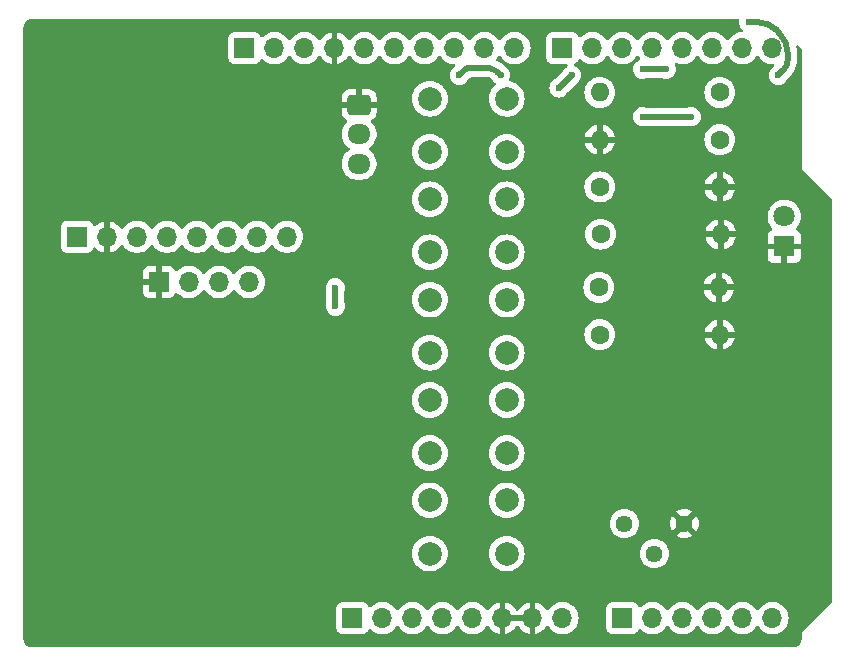
<source format=gbr>
%TF.GenerationSoftware,KiCad,Pcbnew,8.0.8*%
%TF.CreationDate,2025-02-04T07:00:28-07:00*%
%TF.ProjectId,Uno_Shield_ThermoPro,556e6f5f-5368-4696-956c-645f54686572,rev?*%
%TF.SameCoordinates,Original*%
%TF.FileFunction,Copper,L2,Bot*%
%TF.FilePolarity,Positive*%
%FSLAX46Y46*%
G04 Gerber Fmt 4.6, Leading zero omitted, Abs format (unit mm)*
G04 Created by KiCad (PCBNEW 8.0.8) date 2025-02-04 07:00:28*
%MOMM*%
%LPD*%
G01*
G04 APERTURE LIST*
G04 Aperture macros list*
%AMRoundRect*
0 Rectangle with rounded corners*
0 $1 Rounding radius*
0 $2 $3 $4 $5 $6 $7 $8 $9 X,Y pos of 4 corners*
0 Add a 4 corners polygon primitive as box body*
4,1,4,$2,$3,$4,$5,$6,$7,$8,$9,$2,$3,0*
0 Add four circle primitives for the rounded corners*
1,1,$1+$1,$2,$3*
1,1,$1+$1,$4,$5*
1,1,$1+$1,$6,$7*
1,1,$1+$1,$8,$9*
0 Add four rect primitives between the rounded corners*
20,1,$1+$1,$2,$3,$4,$5,0*
20,1,$1+$1,$4,$5,$6,$7,0*
20,1,$1+$1,$6,$7,$8,$9,0*
20,1,$1+$1,$8,$9,$2,$3,0*%
G04 Aperture macros list end*
%TA.AperFunction,ComponentPad*%
%ADD10R,1.700000X1.700000*%
%TD*%
%TA.AperFunction,ComponentPad*%
%ADD11O,1.700000X1.700000*%
%TD*%
%TA.AperFunction,ComponentPad*%
%ADD12C,2.000000*%
%TD*%
%TA.AperFunction,ComponentPad*%
%ADD13R,1.800000X1.800000*%
%TD*%
%TA.AperFunction,ComponentPad*%
%ADD14C,1.800000*%
%TD*%
%TA.AperFunction,ComponentPad*%
%ADD15C,1.600000*%
%TD*%
%TA.AperFunction,ComponentPad*%
%ADD16O,1.600000X1.600000*%
%TD*%
%TA.AperFunction,ComponentPad*%
%ADD17RoundRect,0.250000X-0.725000X0.600000X-0.725000X-0.600000X0.725000X-0.600000X0.725000X0.600000X0*%
%TD*%
%TA.AperFunction,ComponentPad*%
%ADD18O,1.950000X1.700000*%
%TD*%
%TA.AperFunction,ComponentPad*%
%ADD19C,1.440000*%
%TD*%
%TA.AperFunction,ViaPad*%
%ADD20C,0.600000*%
%TD*%
%TA.AperFunction,Conductor*%
%ADD21C,0.508000*%
%TD*%
G04 APERTURE END LIST*
D10*
%TO.P,J1,1,Pin_1*%
%TO.N,unconnected-(J1-Pin_1-Pad1)*%
X127940000Y-97460000D03*
D11*
%TO.P,J1,2,Pin_2*%
%TO.N,/IOREF*%
X130480000Y-97460000D03*
%TO.P,J1,3,Pin_3*%
%TO.N,/~{RESET}*%
X133020000Y-97460000D03*
%TO.P,J1,4,Pin_4*%
%TO.N,+3V3*%
X135560000Y-97460000D03*
%TO.P,J1,5,Pin_5*%
%TO.N,+5V*%
X138100000Y-97460000D03*
%TO.P,J1,6,Pin_6*%
%TO.N,GND*%
X140640000Y-97460000D03*
%TO.P,J1,7,Pin_7*%
X143180000Y-97460000D03*
%TO.P,J1,8,Pin_8*%
%TO.N,VCC*%
X145720000Y-97460000D03*
%TD*%
D10*
%TO.P,J3,1,Pin_1*%
%TO.N,/temp_sensor*%
X150800000Y-97460000D03*
D11*
%TO.P,J3,2,Pin_2*%
%TO.N,/A1*%
X153340000Y-97460000D03*
%TO.P,J3,3,Pin_3*%
%TO.N,/A2*%
X155880000Y-97460000D03*
%TO.P,J3,4,Pin_4*%
%TO.N,/A3*%
X158420000Y-97460000D03*
%TO.P,J3,5,Pin_5*%
%TO.N,/SDA{slash}A4*%
X160960000Y-97460000D03*
%TO.P,J3,6,Pin_6*%
%TO.N,/SCL{slash}A5*%
X163500000Y-97460000D03*
%TD*%
D10*
%TO.P,J2,1,Pin_1*%
%TO.N,/I2C_SCL*%
X118796000Y-49200000D03*
D11*
%TO.P,J2,2,Pin_2*%
%TO.N,/I2C_SDA*%
X121336000Y-49200000D03*
%TO.P,J2,3,Pin_3*%
%TO.N,/AREF*%
X123876000Y-49200000D03*
%TO.P,J2,4,Pin_4*%
%TO.N,GND*%
X126416000Y-49200000D03*
%TO.P,J2,5,Pin_5*%
%TO.N,/13*%
X128956000Y-49200000D03*
%TO.P,J2,6,Pin_6*%
%TO.N,/12*%
X131496000Y-49200000D03*
%TO.P,J2,7,Pin_7*%
%TO.N,/\u002A11*%
X134036000Y-49200000D03*
%TO.P,J2,8,Pin_8*%
%TO.N,/\u002A10*%
X136576000Y-49200000D03*
%TO.P,J2,9,Pin_9*%
%TO.N,/led_light*%
X139116000Y-49200000D03*
%TO.P,J2,10,Pin_10*%
%TO.N,/8*%
X141656000Y-49200000D03*
%TD*%
D10*
%TO.P,J4,1,Pin_1*%
%TO.N,/7*%
X145720000Y-49200000D03*
D11*
%TO.P,J4,2,Pin_2*%
%TO.N,/button_light*%
X148260000Y-49200000D03*
%TO.P,J4,3,Pin_3*%
%TO.N,/button_cal*%
X150800000Y-49200000D03*
%TO.P,J4,4,Pin_4*%
%TO.N,/button_units*%
X153340000Y-49200000D03*
%TO.P,J4,5,Pin_5*%
%TO.N,/button_lock*%
X155880000Y-49200000D03*
%TO.P,J4,6,Pin_6*%
%TO.N,/button_onoff*%
X158420000Y-49200000D03*
%TO.P,J4,7,Pin_7*%
%TO.N,/TX{slash}1*%
X160960000Y-49200000D03*
%TO.P,J4,8,Pin_8*%
%TO.N,/RX{slash}0*%
X163500000Y-49200000D03*
%TD*%
D12*
%TO.P,SW4,1,A*%
%TO.N,/button_lock*%
X134500000Y-79000000D03*
X141000000Y-79000000D03*
%TO.P,SW4,2,B*%
%TO.N,+5V*%
X134500000Y-83500000D03*
X141000000Y-83500000D03*
%TD*%
D13*
%TO.P,D1,1,K*%
%TO.N,GND*%
X164500000Y-66000000D03*
D14*
%TO.P,D1,2,A*%
%TO.N,Net-(D1-A)*%
X164500000Y-63460000D03*
%TD*%
D12*
%TO.P,SW5,1,A*%
%TO.N,/button_light*%
X134500000Y-87500000D03*
X141000000Y-87500000D03*
%TO.P,SW5,2,B*%
%TO.N,+5V*%
X134500000Y-92000000D03*
X141000000Y-92000000D03*
%TD*%
%TO.P,SW2,1,A*%
%TO.N,/button_units*%
X134500000Y-62000000D03*
X141000000Y-62000000D03*
%TO.P,SW2,2,B*%
%TO.N,+5V*%
X134500000Y-66500000D03*
X141000000Y-66500000D03*
%TD*%
D15*
%TO.P,R4,1*%
%TO.N,/button_cal*%
X148960000Y-64960000D03*
D16*
%TO.P,R4,2*%
%TO.N,GND*%
X159120000Y-64960000D03*
%TD*%
D15*
%TO.P,R1,1*%
%TO.N,/led_light*%
X159040000Y-52960000D03*
D16*
%TO.P,R1,2*%
%TO.N,Net-(D1-A)*%
X148880000Y-52960000D03*
%TD*%
D12*
%TO.P,SW3,1,A*%
%TO.N,/button_cal*%
X134500000Y-70500000D03*
X141000000Y-70500000D03*
%TO.P,SW3,2,B*%
%TO.N,+5V*%
X134500000Y-75000000D03*
X141000000Y-75000000D03*
%TD*%
D10*
%TO.P,J6,1,Pin_1*%
%TO.N,GND*%
X111550000Y-69010000D03*
D11*
%TO.P,J6,2,Pin_2*%
%TO.N,+5V*%
X114090000Y-69010000D03*
%TO.P,J6,3,Pin_3*%
%TO.N,/I2C_SCL*%
X116630000Y-69010000D03*
%TO.P,J6,4,Pin_4*%
%TO.N,/I2C_SDA*%
X119170000Y-69010000D03*
%TD*%
D12*
%TO.P,SW1,1,A*%
%TO.N,/button_onoff*%
X134500000Y-53500000D03*
X141000000Y-53500000D03*
%TO.P,SW1,2,B*%
%TO.N,+5V*%
X134500000Y-58000000D03*
X141000000Y-58000000D03*
%TD*%
D17*
%TO.P,J7,1,Pin_1*%
%TO.N,GND*%
X128500000Y-54000000D03*
D18*
%TO.P,J7,2,Pin_2*%
%TO.N,/8*%
X128500000Y-56500000D03*
%TO.P,J7,3,Pin_3*%
%TO.N,+5V*%
X128500000Y-59000000D03*
%TD*%
D15*
%TO.P,R5,1*%
%TO.N,/button_lock*%
X148800000Y-69460000D03*
D16*
%TO.P,R5,2*%
%TO.N,GND*%
X158960000Y-69460000D03*
%TD*%
D15*
%TO.P,R2,1*%
%TO.N,/button_onoff*%
X159040000Y-56960000D03*
D16*
%TO.P,R2,2*%
%TO.N,GND*%
X148880000Y-56960000D03*
%TD*%
D19*
%TO.P,RV1,1,1*%
%TO.N,+5V*%
X150960000Y-89460000D03*
%TO.P,RV1,2,2*%
%TO.N,/temp_sensor*%
X153500000Y-92000000D03*
%TO.P,RV1,3,3*%
%TO.N,GND*%
X156040000Y-89460000D03*
%TD*%
D10*
%TO.P,J5,1,Pin_1*%
%TO.N,+5V*%
X104630000Y-65180000D03*
D11*
%TO.P,J5,2,Pin_2*%
%TO.N,GND*%
X107170000Y-65180000D03*
%TO.P,J5,3,Pin_3*%
%TO.N,/I2C_SCL*%
X109710000Y-65180000D03*
%TO.P,J5,4,Pin_4*%
%TO.N,/I2C_SDA*%
X112250000Y-65180000D03*
%TO.P,J5,5,Pin_5*%
%TO.N,unconnected-(J5-Pin_5-Pad5)*%
X114790000Y-65180000D03*
%TO.P,J5,6,Pin_6*%
%TO.N,unconnected-(J5-Pin_6-Pad6)*%
X117330000Y-65180000D03*
%TO.P,J5,7,Pin_7*%
%TO.N,unconnected-(J5-Pin_7-Pad7)*%
X119870000Y-65180000D03*
%TO.P,J5,8,Pin_8*%
%TO.N,unconnected-(J5-Pin_8-Pad8)*%
X122410000Y-65180000D03*
%TD*%
D15*
%TO.P,R6,1*%
%TO.N,/button_light*%
X148880000Y-73460000D03*
D16*
%TO.P,R6,2*%
%TO.N,GND*%
X159040000Y-73460000D03*
%TD*%
D15*
%TO.P,R3,1*%
%TO.N,/button_units*%
X148880000Y-60960000D03*
D16*
%TO.P,R3,2*%
%TO.N,GND*%
X159040000Y-60960000D03*
%TD*%
D20*
%TO.N,/button_light*%
X137000000Y-51500000D03*
%TO.N,/button_onoff*%
X152500000Y-55000000D03*
X156634000Y-55000000D03*
%TO.N,/button_light*%
X146500000Y-51500000D03*
X140500000Y-51500000D03*
X126500000Y-71068000D03*
X145422841Y-52577159D03*
X126500000Y-69500000D03*
%TO.N,/button_cal*%
X152500000Y-51000000D03*
X154500000Y-51000000D03*
%TO.N,/led_light*%
X164000000Y-51500000D03*
X161500000Y-47035000D03*
%TD*%
D21*
%TO.N,/button_light*%
X137603509Y-50896491D02*
X137000000Y-51500000D01*
X138001650Y-50896491D02*
X137603509Y-50896491D01*
%TO.N,/button_onoff*%
X156634000Y-55000000D02*
X152500000Y-55000000D01*
%TO.N,/button_light*%
X145422841Y-52577159D02*
X146500000Y-51500000D01*
X126500000Y-71068000D02*
X126500000Y-69500000D01*
%TO.N,/button_cal*%
X152500000Y-51000000D02*
X154500000Y-51000000D01*
%TO.N,/led_light*%
X164804000Y-49677932D02*
X164804000Y-50127486D01*
X162339567Y-47035000D02*
X161500000Y-47035000D01*
X164084117Y-47939982D02*
X163772798Y-47628663D01*
X164000000Y-51500000D02*
X164402000Y-51098000D01*
X164084117Y-47939982D02*
G75*
G02*
X164803986Y-49677932I-1737917J-1737918D01*
G01*
X164804000Y-50127486D02*
G75*
G02*
X164402004Y-51098004I-1372500J-14D01*
G01*
X163772798Y-47628663D02*
G75*
G03*
X162339567Y-47035024I-1433198J-1433237D01*
G01*
%TO.N,/button_light*%
X139568513Y-50896491D02*
X138001650Y-50896491D01*
X140197420Y-51197420D02*
G75*
G03*
X139568510Y-50896515I-747520J-754680D01*
G01*
X140500000Y-51500000D02*
X140197420Y-51197420D01*
%TD*%
%TA.AperFunction,Conductor*%
%TO.N,GND*%
G36*
X142714075Y-97267007D02*
G01*
X142680000Y-97394174D01*
X142680000Y-97525826D01*
X142714075Y-97652993D01*
X142746988Y-97710000D01*
X141073012Y-97710000D01*
X141105925Y-97652993D01*
X141140000Y-97525826D01*
X141140000Y-97394174D01*
X141105925Y-97267007D01*
X141073012Y-97210000D01*
X142746988Y-97210000D01*
X142714075Y-97267007D01*
G37*
%TD.AperFunction*%
%TA.AperFunction,Conductor*%
G36*
X160648412Y-46755185D02*
G01*
X160694167Y-46807989D01*
X160704593Y-46873383D01*
X160686384Y-47034996D01*
X160686384Y-47035003D01*
X160706781Y-47216041D01*
X160706782Y-47216046D01*
X160731985Y-47288070D01*
X160749985Y-47339513D01*
X160766958Y-47388017D01*
X160863889Y-47542281D01*
X160951427Y-47629819D01*
X160984912Y-47691142D01*
X160979928Y-47760834D01*
X160938056Y-47816767D01*
X160872592Y-47841184D01*
X160863746Y-47841500D01*
X160847431Y-47841500D01*
X160625362Y-47878556D01*
X160412430Y-47951656D01*
X160412419Y-47951661D01*
X160214427Y-48058808D01*
X160214422Y-48058812D01*
X160036761Y-48197092D01*
X160036756Y-48197097D01*
X159884284Y-48362723D01*
X159884276Y-48362734D01*
X159793808Y-48501206D01*
X159740662Y-48546562D01*
X159671431Y-48555986D01*
X159608095Y-48526484D01*
X159586192Y-48501206D01*
X159495723Y-48362734D01*
X159495715Y-48362723D01*
X159343243Y-48197097D01*
X159343238Y-48197092D01*
X159165577Y-48058812D01*
X159165572Y-48058808D01*
X158967580Y-47951661D01*
X158967577Y-47951659D01*
X158967574Y-47951658D01*
X158967571Y-47951657D01*
X158967569Y-47951656D01*
X158754637Y-47878556D01*
X158532569Y-47841500D01*
X158307431Y-47841500D01*
X158085362Y-47878556D01*
X157872430Y-47951656D01*
X157872419Y-47951661D01*
X157674427Y-48058808D01*
X157674422Y-48058812D01*
X157496761Y-48197092D01*
X157496756Y-48197097D01*
X157344284Y-48362723D01*
X157344276Y-48362734D01*
X157253808Y-48501206D01*
X157200662Y-48546562D01*
X157131431Y-48555986D01*
X157068095Y-48526484D01*
X157046192Y-48501206D01*
X156955723Y-48362734D01*
X156955715Y-48362723D01*
X156803243Y-48197097D01*
X156803238Y-48197092D01*
X156625577Y-48058812D01*
X156625572Y-48058808D01*
X156427580Y-47951661D01*
X156427577Y-47951659D01*
X156427574Y-47951658D01*
X156427571Y-47951657D01*
X156427569Y-47951656D01*
X156214637Y-47878556D01*
X155992569Y-47841500D01*
X155767431Y-47841500D01*
X155545362Y-47878556D01*
X155332430Y-47951656D01*
X155332419Y-47951661D01*
X155134427Y-48058808D01*
X155134422Y-48058812D01*
X154956761Y-48197092D01*
X154956756Y-48197097D01*
X154804284Y-48362723D01*
X154804276Y-48362734D01*
X154713808Y-48501206D01*
X154660662Y-48546562D01*
X154591431Y-48555986D01*
X154528095Y-48526484D01*
X154506192Y-48501206D01*
X154415723Y-48362734D01*
X154415715Y-48362723D01*
X154263243Y-48197097D01*
X154263238Y-48197092D01*
X154085577Y-48058812D01*
X154085572Y-48058808D01*
X153887580Y-47951661D01*
X153887577Y-47951659D01*
X153887574Y-47951658D01*
X153887571Y-47951657D01*
X153887569Y-47951656D01*
X153674637Y-47878556D01*
X153452569Y-47841500D01*
X153227431Y-47841500D01*
X153005362Y-47878556D01*
X152792430Y-47951656D01*
X152792419Y-47951661D01*
X152594427Y-48058808D01*
X152594422Y-48058812D01*
X152416761Y-48197092D01*
X152416756Y-48197097D01*
X152264284Y-48362723D01*
X152264276Y-48362734D01*
X152173808Y-48501206D01*
X152120662Y-48546562D01*
X152051431Y-48555986D01*
X151988095Y-48526484D01*
X151966192Y-48501206D01*
X151875723Y-48362734D01*
X151875715Y-48362723D01*
X151723243Y-48197097D01*
X151723238Y-48197092D01*
X151545577Y-48058812D01*
X151545572Y-48058808D01*
X151347580Y-47951661D01*
X151347577Y-47951659D01*
X151347574Y-47951658D01*
X151347571Y-47951657D01*
X151347569Y-47951656D01*
X151134637Y-47878556D01*
X150912569Y-47841500D01*
X150687431Y-47841500D01*
X150465362Y-47878556D01*
X150252430Y-47951656D01*
X150252419Y-47951661D01*
X150054427Y-48058808D01*
X150054422Y-48058812D01*
X149876761Y-48197092D01*
X149876756Y-48197097D01*
X149724284Y-48362723D01*
X149724276Y-48362734D01*
X149633808Y-48501206D01*
X149580662Y-48546562D01*
X149511431Y-48555986D01*
X149448095Y-48526484D01*
X149426192Y-48501206D01*
X149335723Y-48362734D01*
X149335715Y-48362723D01*
X149183243Y-48197097D01*
X149183238Y-48197092D01*
X149005577Y-48058812D01*
X149005572Y-48058808D01*
X148807580Y-47951661D01*
X148807577Y-47951659D01*
X148807574Y-47951658D01*
X148807571Y-47951657D01*
X148807569Y-47951656D01*
X148594637Y-47878556D01*
X148372569Y-47841500D01*
X148147431Y-47841500D01*
X147925362Y-47878556D01*
X147712430Y-47951656D01*
X147712419Y-47951661D01*
X147514427Y-48058808D01*
X147514422Y-48058812D01*
X147336761Y-48197092D01*
X147273548Y-48265760D01*
X147213661Y-48301750D01*
X147143823Y-48299649D01*
X147086207Y-48260124D01*
X147066138Y-48225110D01*
X147020889Y-48103796D01*
X146987214Y-48058812D01*
X146933261Y-47986739D01*
X146816204Y-47899111D01*
X146779586Y-47885453D01*
X146679203Y-47848011D01*
X146618654Y-47841500D01*
X146618638Y-47841500D01*
X144821362Y-47841500D01*
X144821345Y-47841500D01*
X144760797Y-47848011D01*
X144760795Y-47848011D01*
X144623795Y-47899111D01*
X144506739Y-47986739D01*
X144419111Y-48103795D01*
X144368011Y-48240795D01*
X144368011Y-48240797D01*
X144361500Y-48301345D01*
X144361500Y-50098654D01*
X144368011Y-50159202D01*
X144368011Y-50159204D01*
X144419111Y-50296204D01*
X144506739Y-50413261D01*
X144623796Y-50500889D01*
X144760799Y-50551989D01*
X144788050Y-50554918D01*
X144821345Y-50558499D01*
X144821362Y-50558500D01*
X146048328Y-50558500D01*
X146115367Y-50578185D01*
X146161122Y-50630989D01*
X146171066Y-50700147D01*
X146142041Y-50763703D01*
X146114301Y-50787493D01*
X145992720Y-50863887D01*
X145863889Y-50992718D01*
X145763253Y-51152880D01*
X145762279Y-51152268D01*
X145744888Y-51176772D01*
X145099613Y-51822047D01*
X145075109Y-51839438D01*
X145075721Y-51840412D01*
X144915559Y-51941048D01*
X144786730Y-52069877D01*
X144689799Y-52224141D01*
X144629623Y-52396112D01*
X144629622Y-52396117D01*
X144609225Y-52577155D01*
X144609225Y-52577162D01*
X144629622Y-52758200D01*
X144629623Y-52758205D01*
X144646937Y-52807684D01*
X144687949Y-52924891D01*
X144689799Y-52930176D01*
X144754035Y-53032406D01*
X144786730Y-53084440D01*
X144915560Y-53213270D01*
X145069826Y-53310202D01*
X145183643Y-53350028D01*
X145241794Y-53370376D01*
X145241799Y-53370377D01*
X145422837Y-53390775D01*
X145422841Y-53390775D01*
X145422845Y-53390775D01*
X145603882Y-53370377D01*
X145603885Y-53370376D01*
X145603888Y-53370376D01*
X145775856Y-53310202D01*
X145930122Y-53213270D01*
X146058952Y-53084440D01*
X146137144Y-52959998D01*
X147566502Y-52959998D01*
X147566502Y-52960001D01*
X147586456Y-53188081D01*
X147586457Y-53188089D01*
X147645714Y-53409238D01*
X147645718Y-53409249D01*
X147688036Y-53500000D01*
X147742477Y-53616749D01*
X147873802Y-53804300D01*
X148035700Y-53966198D01*
X148223251Y-54097523D01*
X148348091Y-54155736D01*
X148430750Y-54194281D01*
X148430752Y-54194281D01*
X148430757Y-54194284D01*
X148651913Y-54253543D01*
X148814832Y-54267796D01*
X148879998Y-54273498D01*
X148880000Y-54273498D01*
X148880002Y-54273498D01*
X148937021Y-54268509D01*
X149108087Y-54253543D01*
X149329243Y-54194284D01*
X149536749Y-54097523D01*
X149724300Y-53966198D01*
X149886198Y-53804300D01*
X150017523Y-53616749D01*
X150114284Y-53409243D01*
X150173543Y-53188087D01*
X150193498Y-52960000D01*
X150193498Y-52959998D01*
X157726502Y-52959998D01*
X157726502Y-52960001D01*
X157746456Y-53188081D01*
X157746457Y-53188089D01*
X157805714Y-53409238D01*
X157805718Y-53409249D01*
X157848036Y-53500000D01*
X157902477Y-53616749D01*
X158033802Y-53804300D01*
X158195700Y-53966198D01*
X158383251Y-54097523D01*
X158508091Y-54155736D01*
X158590750Y-54194281D01*
X158590752Y-54194281D01*
X158590757Y-54194284D01*
X158811913Y-54253543D01*
X158974832Y-54267796D01*
X159039998Y-54273498D01*
X159040000Y-54273498D01*
X159040002Y-54273498D01*
X159097021Y-54268509D01*
X159268087Y-54253543D01*
X159489243Y-54194284D01*
X159696749Y-54097523D01*
X159884300Y-53966198D01*
X160046198Y-53804300D01*
X160177523Y-53616749D01*
X160274284Y-53409243D01*
X160333543Y-53188087D01*
X160353498Y-52960000D01*
X160333543Y-52731913D01*
X160274284Y-52510757D01*
X160177523Y-52303251D01*
X160046198Y-52115700D01*
X159884300Y-51953802D01*
X159696749Y-51822477D01*
X159695827Y-51822047D01*
X159489249Y-51725718D01*
X159489238Y-51725714D01*
X159268089Y-51666457D01*
X159268081Y-51666456D01*
X159040002Y-51646502D01*
X159039998Y-51646502D01*
X158811918Y-51666456D01*
X158811910Y-51666457D01*
X158590761Y-51725714D01*
X158590750Y-51725718D01*
X158383254Y-51822475D01*
X158383252Y-51822476D01*
X158357637Y-51840412D01*
X158195700Y-51953802D01*
X158195698Y-51953803D01*
X158195695Y-51953806D01*
X158033806Y-52115695D01*
X158033803Y-52115698D01*
X158033802Y-52115700D01*
X157951767Y-52232856D01*
X157902476Y-52303252D01*
X157902475Y-52303254D01*
X157805718Y-52510750D01*
X157805714Y-52510761D01*
X157746457Y-52731910D01*
X157746456Y-52731918D01*
X157726502Y-52959998D01*
X150193498Y-52959998D01*
X150173543Y-52731913D01*
X150114284Y-52510757D01*
X150017523Y-52303251D01*
X149886198Y-52115700D01*
X149724300Y-51953802D01*
X149536749Y-51822477D01*
X149535827Y-51822047D01*
X149329249Y-51725718D01*
X149329238Y-51725714D01*
X149108089Y-51666457D01*
X149108081Y-51666456D01*
X148880002Y-51646502D01*
X148879998Y-51646502D01*
X148651918Y-51666456D01*
X148651910Y-51666457D01*
X148430761Y-51725714D01*
X148430750Y-51725718D01*
X148223254Y-51822475D01*
X148223252Y-51822476D01*
X148197637Y-51840412D01*
X148035700Y-51953802D01*
X148035698Y-51953803D01*
X148035695Y-51953806D01*
X147873806Y-52115695D01*
X147873803Y-52115698D01*
X147873802Y-52115700D01*
X147791767Y-52232856D01*
X147742476Y-52303252D01*
X147742475Y-52303254D01*
X147645718Y-52510750D01*
X147645714Y-52510761D01*
X147586457Y-52731910D01*
X147586456Y-52731918D01*
X147566502Y-52959998D01*
X146137144Y-52959998D01*
X146155884Y-52930174D01*
X146155884Y-52930172D01*
X146159589Y-52924277D01*
X146160567Y-52924891D01*
X146177951Y-52900385D01*
X146823226Y-52255110D01*
X146847732Y-52237726D01*
X146847118Y-52236748D01*
X146853013Y-52233043D01*
X146853015Y-52233043D01*
X147007281Y-52136111D01*
X147136111Y-52007281D01*
X147233043Y-51853015D01*
X147293217Y-51681047D01*
X147293218Y-51681041D01*
X147313616Y-51500003D01*
X147313616Y-51499996D01*
X147293218Y-51318958D01*
X147293217Y-51318953D01*
X147233043Y-51146985D01*
X147136111Y-50992719D01*
X147007281Y-50863889D01*
X147007278Y-50863887D01*
X146853015Y-50766956D01*
X146853011Y-50766955D01*
X146789814Y-50744841D01*
X146733038Y-50704119D01*
X146707291Y-50639167D01*
X146720748Y-50570605D01*
X146769135Y-50520202D01*
X146787425Y-50511622D01*
X146816204Y-50500889D01*
X146933261Y-50413261D01*
X147020889Y-50296204D01*
X147066138Y-50174887D01*
X147108009Y-50118956D01*
X147173474Y-50094539D01*
X147241746Y-50109391D01*
X147273545Y-50134236D01*
X147336760Y-50202906D01*
X147514424Y-50341189D01*
X147514425Y-50341189D01*
X147514427Y-50341191D01*
X147556370Y-50363889D01*
X147712426Y-50448342D01*
X147925365Y-50521444D01*
X148147431Y-50558500D01*
X148372569Y-50558500D01*
X148594635Y-50521444D01*
X148807574Y-50448342D01*
X149005576Y-50341189D01*
X149183240Y-50202906D01*
X149304594Y-50071082D01*
X149335715Y-50037276D01*
X149335715Y-50037275D01*
X149335722Y-50037268D01*
X149426193Y-49898790D01*
X149479338Y-49853437D01*
X149548569Y-49844013D01*
X149611905Y-49873515D01*
X149633804Y-49898787D01*
X149724278Y-50037268D01*
X149724283Y-50037273D01*
X149724284Y-50037276D01*
X149843688Y-50166981D01*
X149876760Y-50202906D01*
X150054424Y-50341189D01*
X150054425Y-50341189D01*
X150054427Y-50341191D01*
X150096370Y-50363889D01*
X150252426Y-50448342D01*
X150465365Y-50521444D01*
X150687431Y-50558500D01*
X150912569Y-50558500D01*
X151134635Y-50521444D01*
X151347574Y-50448342D01*
X151545576Y-50341189D01*
X151723240Y-50202906D01*
X151844594Y-50071082D01*
X151875715Y-50037276D01*
X151875715Y-50037275D01*
X151875722Y-50037268D01*
X151966193Y-49898790D01*
X152019338Y-49853437D01*
X152088569Y-49844013D01*
X152151905Y-49873515D01*
X152173804Y-49898787D01*
X152264278Y-50037268D01*
X152264283Y-50037273D01*
X152264284Y-50037276D01*
X152267908Y-50041212D01*
X152298830Y-50103866D01*
X152290969Y-50173292D01*
X152246822Y-50227448D01*
X152217633Y-50242235D01*
X152146988Y-50266955D01*
X152146984Y-50266956D01*
X151992718Y-50363889D01*
X151863889Y-50492718D01*
X151766958Y-50646982D01*
X151706782Y-50818953D01*
X151706781Y-50818958D01*
X151686384Y-50999996D01*
X151686384Y-51000003D01*
X151706781Y-51181041D01*
X151706782Y-51181046D01*
X151766958Y-51353017D01*
X151859312Y-51499996D01*
X151863889Y-51507281D01*
X151992719Y-51636111D01*
X152146985Y-51733043D01*
X152318950Y-51793216D01*
X152318953Y-51793217D01*
X152318958Y-51793218D01*
X152499996Y-51813616D01*
X152500000Y-51813616D01*
X152500004Y-51813616D01*
X152681038Y-51793218D01*
X152681037Y-51793218D01*
X152681047Y-51793217D01*
X152722804Y-51778605D01*
X152748948Y-51769458D01*
X152789901Y-51762500D01*
X154210099Y-51762500D01*
X154251052Y-51769458D01*
X154284363Y-51781113D01*
X154318953Y-51793217D01*
X154318960Y-51793217D01*
X154318961Y-51793218D01*
X154499996Y-51813616D01*
X154500000Y-51813616D01*
X154500004Y-51813616D01*
X154681041Y-51793218D01*
X154681044Y-51793217D01*
X154681047Y-51793217D01*
X154853015Y-51733043D01*
X155007281Y-51636111D01*
X155136111Y-51507281D01*
X155233043Y-51353015D01*
X155293217Y-51181047D01*
X155297055Y-51146985D01*
X155313616Y-51000003D01*
X155313616Y-50999996D01*
X155293218Y-50818958D01*
X155293217Y-50818953D01*
X155275023Y-50766957D01*
X155233043Y-50646985D01*
X155233042Y-50646984D01*
X155233041Y-50646980D01*
X155230021Y-50640709D01*
X155231260Y-50640112D01*
X155214330Y-50580213D01*
X155234694Y-50513376D01*
X155287959Y-50468159D01*
X155357215Y-50458917D01*
X155378586Y-50464188D01*
X155545365Y-50521444D01*
X155767431Y-50558500D01*
X155992569Y-50558500D01*
X156214635Y-50521444D01*
X156427574Y-50448342D01*
X156625576Y-50341189D01*
X156803240Y-50202906D01*
X156924594Y-50071082D01*
X156955715Y-50037276D01*
X156955715Y-50037275D01*
X156955722Y-50037268D01*
X157046193Y-49898790D01*
X157099338Y-49853437D01*
X157168569Y-49844013D01*
X157231905Y-49873515D01*
X157253804Y-49898787D01*
X157344278Y-50037268D01*
X157344283Y-50037273D01*
X157344284Y-50037276D01*
X157463688Y-50166981D01*
X157496760Y-50202906D01*
X157674424Y-50341189D01*
X157674425Y-50341189D01*
X157674427Y-50341191D01*
X157716370Y-50363889D01*
X157872426Y-50448342D01*
X158085365Y-50521444D01*
X158307431Y-50558500D01*
X158532569Y-50558500D01*
X158754635Y-50521444D01*
X158967574Y-50448342D01*
X159165576Y-50341189D01*
X159343240Y-50202906D01*
X159464594Y-50071082D01*
X159495715Y-50037276D01*
X159495715Y-50037275D01*
X159495722Y-50037268D01*
X159586193Y-49898790D01*
X159639338Y-49853437D01*
X159708569Y-49844013D01*
X159771905Y-49873515D01*
X159793804Y-49898787D01*
X159884278Y-50037268D01*
X159884283Y-50037273D01*
X159884284Y-50037276D01*
X160003688Y-50166981D01*
X160036760Y-50202906D01*
X160214424Y-50341189D01*
X160214425Y-50341189D01*
X160214427Y-50341191D01*
X160256370Y-50363889D01*
X160412426Y-50448342D01*
X160625365Y-50521444D01*
X160847431Y-50558500D01*
X161072569Y-50558500D01*
X161294635Y-50521444D01*
X161507574Y-50448342D01*
X161705576Y-50341189D01*
X161883240Y-50202906D01*
X162004594Y-50071082D01*
X162035715Y-50037276D01*
X162035715Y-50037275D01*
X162035722Y-50037268D01*
X162126193Y-49898790D01*
X162179338Y-49853437D01*
X162248569Y-49844013D01*
X162311905Y-49873515D01*
X162333804Y-49898787D01*
X162424278Y-50037268D01*
X162424283Y-50037273D01*
X162424284Y-50037276D01*
X162543688Y-50166981D01*
X162576760Y-50202906D01*
X162754424Y-50341189D01*
X162754425Y-50341189D01*
X162754427Y-50341191D01*
X162796370Y-50363889D01*
X162952426Y-50448342D01*
X163165365Y-50521444D01*
X163387431Y-50558500D01*
X163548329Y-50558500D01*
X163615368Y-50578185D01*
X163661123Y-50630989D01*
X163671067Y-50700147D01*
X163642042Y-50763703D01*
X163614301Y-50787494D01*
X163492718Y-50863889D01*
X163363889Y-50992718D01*
X163266958Y-51146982D01*
X163206782Y-51318953D01*
X163206781Y-51318958D01*
X163186384Y-51499996D01*
X163186384Y-51500003D01*
X163206781Y-51681041D01*
X163206782Y-51681046D01*
X163237719Y-51769458D01*
X163265108Y-51847732D01*
X163266958Y-51853017D01*
X163322272Y-51941048D01*
X163363889Y-52007281D01*
X163492719Y-52136111D01*
X163646985Y-52233043D01*
X163818953Y-52293217D01*
X163818958Y-52293218D01*
X163999996Y-52313616D01*
X164000000Y-52313616D01*
X164000004Y-52313616D01*
X164181041Y-52293218D01*
X164181044Y-52293217D01*
X164181047Y-52293217D01*
X164353015Y-52233043D01*
X164507281Y-52136111D01*
X164636111Y-52007281D01*
X164733043Y-51853015D01*
X164733043Y-51853013D01*
X164736748Y-51847118D01*
X164737726Y-51847732D01*
X164755107Y-51823229D01*
X164904847Y-51673489D01*
X164904865Y-51673480D01*
X164941172Y-51637172D01*
X164941173Y-51637173D01*
X165025955Y-51552390D01*
X165175469Y-51364906D01*
X165303050Y-51161860D01*
X165307375Y-51152880D01*
X165407092Y-50945812D01*
X165407094Y-50945808D01*
X165407095Y-50945806D01*
X165486295Y-50719462D01*
X165539654Y-50485672D01*
X165566501Y-50247379D01*
X165566500Y-50127478D01*
X165566500Y-50093721D01*
X165566500Y-49602832D01*
X165566500Y-49596476D01*
X165566486Y-49596210D01*
X165566488Y-49519737D01*
X165535478Y-49204850D01*
X165515259Y-49103197D01*
X165521488Y-49033611D01*
X165564351Y-48978434D01*
X165630241Y-48955190D01*
X165698238Y-48971258D01*
X165724558Y-48991331D01*
X165928181Y-49194954D01*
X165961666Y-49256277D01*
X165964500Y-49282635D01*
X165964500Y-59344982D01*
X165964500Y-59375018D01*
X165975994Y-59402767D01*
X165975995Y-59402768D01*
X168463681Y-61890454D01*
X168497166Y-61951777D01*
X168500000Y-61978135D01*
X168500000Y-96111864D01*
X168480315Y-96178903D01*
X168463681Y-96199545D01*
X165997233Y-98665994D01*
X165975995Y-98687231D01*
X165964500Y-98714982D01*
X165964500Y-99231907D01*
X165963903Y-99244062D01*
X165952505Y-99359778D01*
X165947763Y-99383618D01*
X165917832Y-99482290D01*
X165915789Y-99489024D01*
X165906486Y-99511482D01*
X165854561Y-99608627D01*
X165841056Y-99628839D01*
X165771176Y-99713988D01*
X165753988Y-99731176D01*
X165668839Y-99801056D01*
X165648627Y-99814561D01*
X165551482Y-99866486D01*
X165529028Y-99875787D01*
X165487028Y-99888528D01*
X165423618Y-99907763D01*
X165399778Y-99912505D01*
X165291162Y-99923203D01*
X165284060Y-99923903D01*
X165271907Y-99924500D01*
X100768093Y-99924500D01*
X100755939Y-99923903D01*
X100747995Y-99923120D01*
X100640221Y-99912505D01*
X100616381Y-99907763D01*
X100599445Y-99902625D01*
X100510968Y-99875786D01*
X100488517Y-99866486D01*
X100391372Y-99814561D01*
X100371160Y-99801056D01*
X100286011Y-99731176D01*
X100268823Y-99713988D01*
X100198943Y-99628839D01*
X100185438Y-99608627D01*
X100133510Y-99511476D01*
X100124215Y-99489037D01*
X100092234Y-99383612D01*
X100087494Y-99359777D01*
X100076097Y-99244061D01*
X100075500Y-99231907D01*
X100075500Y-96561345D01*
X126581500Y-96561345D01*
X126581500Y-98358654D01*
X126588011Y-98419202D01*
X126588011Y-98419204D01*
X126639111Y-98556204D01*
X126726739Y-98673261D01*
X126843796Y-98760889D01*
X126980799Y-98811989D01*
X127008050Y-98814918D01*
X127041345Y-98818499D01*
X127041362Y-98818500D01*
X128838638Y-98818500D01*
X128838654Y-98818499D01*
X128865692Y-98815591D01*
X128899201Y-98811989D01*
X129036204Y-98760889D01*
X129153261Y-98673261D01*
X129240889Y-98556204D01*
X129286138Y-98434887D01*
X129328009Y-98378956D01*
X129393474Y-98354539D01*
X129461746Y-98369391D01*
X129493545Y-98394236D01*
X129556760Y-98462906D01*
X129734424Y-98601189D01*
X129734425Y-98601189D01*
X129734427Y-98601191D01*
X129861135Y-98669761D01*
X129932426Y-98708342D01*
X130145365Y-98781444D01*
X130367431Y-98818500D01*
X130592569Y-98818500D01*
X130814635Y-98781444D01*
X131027574Y-98708342D01*
X131225576Y-98601189D01*
X131403240Y-98462906D01*
X131524594Y-98331082D01*
X131555715Y-98297276D01*
X131555715Y-98297275D01*
X131555722Y-98297268D01*
X131646193Y-98158790D01*
X131699338Y-98113437D01*
X131768569Y-98104013D01*
X131831905Y-98133515D01*
X131853804Y-98158787D01*
X131944278Y-98297268D01*
X131944283Y-98297273D01*
X131944284Y-98297276D01*
X132070968Y-98434889D01*
X132096760Y-98462906D01*
X132274424Y-98601189D01*
X132274425Y-98601189D01*
X132274427Y-98601191D01*
X132401135Y-98669761D01*
X132472426Y-98708342D01*
X132685365Y-98781444D01*
X132907431Y-98818500D01*
X133132569Y-98818500D01*
X133354635Y-98781444D01*
X133567574Y-98708342D01*
X133765576Y-98601189D01*
X133943240Y-98462906D01*
X134064594Y-98331082D01*
X134095715Y-98297276D01*
X134095715Y-98297275D01*
X134095722Y-98297268D01*
X134186193Y-98158790D01*
X134239338Y-98113437D01*
X134308569Y-98104013D01*
X134371905Y-98133515D01*
X134393804Y-98158787D01*
X134484278Y-98297268D01*
X134484283Y-98297273D01*
X134484284Y-98297276D01*
X134610968Y-98434889D01*
X134636760Y-98462906D01*
X134814424Y-98601189D01*
X134814425Y-98601189D01*
X134814427Y-98601191D01*
X134941135Y-98669761D01*
X135012426Y-98708342D01*
X135225365Y-98781444D01*
X135447431Y-98818500D01*
X135672569Y-98818500D01*
X135894635Y-98781444D01*
X136107574Y-98708342D01*
X136305576Y-98601189D01*
X136483240Y-98462906D01*
X136604594Y-98331082D01*
X136635715Y-98297276D01*
X136635715Y-98297275D01*
X136635722Y-98297268D01*
X136726193Y-98158790D01*
X136779338Y-98113437D01*
X136848569Y-98104013D01*
X136911905Y-98133515D01*
X136933804Y-98158787D01*
X137024278Y-98297268D01*
X137024283Y-98297273D01*
X137024284Y-98297276D01*
X137150968Y-98434889D01*
X137176760Y-98462906D01*
X137354424Y-98601189D01*
X137354425Y-98601189D01*
X137354427Y-98601191D01*
X137481135Y-98669761D01*
X137552426Y-98708342D01*
X137765365Y-98781444D01*
X137987431Y-98818500D01*
X138212569Y-98818500D01*
X138434635Y-98781444D01*
X138647574Y-98708342D01*
X138845576Y-98601189D01*
X139023240Y-98462906D01*
X139144594Y-98331082D01*
X139175715Y-98297276D01*
X139175715Y-98297275D01*
X139175722Y-98297268D01*
X139269749Y-98153347D01*
X139322894Y-98107994D01*
X139392125Y-98098570D01*
X139455461Y-98128072D01*
X139475130Y-98150048D01*
X139601890Y-98331078D01*
X139768917Y-98498105D01*
X139962421Y-98633600D01*
X140176507Y-98733429D01*
X140176516Y-98733433D01*
X140390000Y-98790634D01*
X140390000Y-97893012D01*
X140447007Y-97925925D01*
X140574174Y-97960000D01*
X140705826Y-97960000D01*
X140832993Y-97925925D01*
X140890000Y-97893012D01*
X140890000Y-98790633D01*
X141103483Y-98733433D01*
X141103492Y-98733429D01*
X141317578Y-98633600D01*
X141511082Y-98498105D01*
X141678105Y-98331082D01*
X141808425Y-98144968D01*
X141863002Y-98101344D01*
X141932501Y-98094151D01*
X141994855Y-98125673D01*
X142011575Y-98144968D01*
X142141894Y-98331082D01*
X142308917Y-98498105D01*
X142502421Y-98633600D01*
X142716507Y-98733429D01*
X142716516Y-98733433D01*
X142930000Y-98790634D01*
X142930000Y-97893012D01*
X142987007Y-97925925D01*
X143114174Y-97960000D01*
X143245826Y-97960000D01*
X143372993Y-97925925D01*
X143430000Y-97893012D01*
X143430000Y-98790633D01*
X143643483Y-98733433D01*
X143643492Y-98733429D01*
X143857578Y-98633600D01*
X144051082Y-98498105D01*
X144218105Y-98331082D01*
X144344868Y-98150048D01*
X144399445Y-98106423D01*
X144468944Y-98099231D01*
X144531298Y-98130753D01*
X144550251Y-98153350D01*
X144644276Y-98297265D01*
X144644284Y-98297276D01*
X144770968Y-98434889D01*
X144796760Y-98462906D01*
X144974424Y-98601189D01*
X144974425Y-98601189D01*
X144974427Y-98601191D01*
X145101135Y-98669761D01*
X145172426Y-98708342D01*
X145385365Y-98781444D01*
X145607431Y-98818500D01*
X145832569Y-98818500D01*
X146054635Y-98781444D01*
X146267574Y-98708342D01*
X146465576Y-98601189D01*
X146643240Y-98462906D01*
X146764594Y-98331082D01*
X146795715Y-98297276D01*
X146795717Y-98297273D01*
X146795722Y-98297268D01*
X146918860Y-98108791D01*
X147009296Y-97902616D01*
X147064564Y-97684368D01*
X147067164Y-97652993D01*
X147083156Y-97460005D01*
X147083156Y-97459994D01*
X147064565Y-97235640D01*
X147064563Y-97235628D01*
X147009296Y-97017385D01*
X146999071Y-96994075D01*
X146918860Y-96811209D01*
X146902706Y-96786484D01*
X146795723Y-96622734D01*
X146795715Y-96622723D01*
X146739212Y-96561345D01*
X149441500Y-96561345D01*
X149441500Y-98358654D01*
X149448011Y-98419202D01*
X149448011Y-98419204D01*
X149499111Y-98556204D01*
X149586739Y-98673261D01*
X149703796Y-98760889D01*
X149840799Y-98811989D01*
X149868050Y-98814918D01*
X149901345Y-98818499D01*
X149901362Y-98818500D01*
X151698638Y-98818500D01*
X151698654Y-98818499D01*
X151725692Y-98815591D01*
X151759201Y-98811989D01*
X151896204Y-98760889D01*
X152013261Y-98673261D01*
X152100889Y-98556204D01*
X152146138Y-98434887D01*
X152188009Y-98378956D01*
X152253474Y-98354539D01*
X152321746Y-98369391D01*
X152353545Y-98394236D01*
X152416760Y-98462906D01*
X152594424Y-98601189D01*
X152594425Y-98601189D01*
X152594427Y-98601191D01*
X152721135Y-98669761D01*
X152792426Y-98708342D01*
X153005365Y-98781444D01*
X153227431Y-98818500D01*
X153452569Y-98818500D01*
X153674635Y-98781444D01*
X153887574Y-98708342D01*
X154085576Y-98601189D01*
X154263240Y-98462906D01*
X154384594Y-98331082D01*
X154415715Y-98297276D01*
X154415715Y-98297275D01*
X154415722Y-98297268D01*
X154506193Y-98158790D01*
X154559338Y-98113437D01*
X154628569Y-98104013D01*
X154691905Y-98133515D01*
X154713804Y-98158787D01*
X154804278Y-98297268D01*
X154804283Y-98297273D01*
X154804284Y-98297276D01*
X154930968Y-98434889D01*
X154956760Y-98462906D01*
X155134424Y-98601189D01*
X155134425Y-98601189D01*
X155134427Y-98601191D01*
X155261135Y-98669761D01*
X155332426Y-98708342D01*
X155545365Y-98781444D01*
X155767431Y-98818500D01*
X155992569Y-98818500D01*
X156214635Y-98781444D01*
X156427574Y-98708342D01*
X156625576Y-98601189D01*
X156803240Y-98462906D01*
X156924594Y-98331082D01*
X156955715Y-98297276D01*
X156955715Y-98297275D01*
X156955722Y-98297268D01*
X157046193Y-98158790D01*
X157099338Y-98113437D01*
X157168569Y-98104013D01*
X157231905Y-98133515D01*
X157253804Y-98158787D01*
X157344278Y-98297268D01*
X157344283Y-98297273D01*
X157344284Y-98297276D01*
X157470968Y-98434889D01*
X157496760Y-98462906D01*
X157674424Y-98601189D01*
X157674425Y-98601189D01*
X157674427Y-98601191D01*
X157801135Y-98669761D01*
X157872426Y-98708342D01*
X158085365Y-98781444D01*
X158307431Y-98818500D01*
X158532569Y-98818500D01*
X158754635Y-98781444D01*
X158967574Y-98708342D01*
X159165576Y-98601189D01*
X159343240Y-98462906D01*
X159464594Y-98331082D01*
X159495715Y-98297276D01*
X159495715Y-98297275D01*
X159495722Y-98297268D01*
X159586193Y-98158790D01*
X159639338Y-98113437D01*
X159708569Y-98104013D01*
X159771905Y-98133515D01*
X159793804Y-98158787D01*
X159884278Y-98297268D01*
X159884283Y-98297273D01*
X159884284Y-98297276D01*
X160010968Y-98434889D01*
X160036760Y-98462906D01*
X160214424Y-98601189D01*
X160214425Y-98601189D01*
X160214427Y-98601191D01*
X160341135Y-98669761D01*
X160412426Y-98708342D01*
X160625365Y-98781444D01*
X160847431Y-98818500D01*
X161072569Y-98818500D01*
X161294635Y-98781444D01*
X161507574Y-98708342D01*
X161705576Y-98601189D01*
X161883240Y-98462906D01*
X162004594Y-98331082D01*
X162035715Y-98297276D01*
X162035715Y-98297275D01*
X162035722Y-98297268D01*
X162126193Y-98158790D01*
X162179338Y-98113437D01*
X162248569Y-98104013D01*
X162311905Y-98133515D01*
X162333804Y-98158787D01*
X162424278Y-98297268D01*
X162424283Y-98297273D01*
X162424284Y-98297276D01*
X162550968Y-98434889D01*
X162576760Y-98462906D01*
X162754424Y-98601189D01*
X162754425Y-98601189D01*
X162754427Y-98601191D01*
X162881135Y-98669761D01*
X162952426Y-98708342D01*
X163165365Y-98781444D01*
X163387431Y-98818500D01*
X163612569Y-98818500D01*
X163834635Y-98781444D01*
X164047574Y-98708342D01*
X164245576Y-98601189D01*
X164423240Y-98462906D01*
X164544594Y-98331082D01*
X164575715Y-98297276D01*
X164575717Y-98297273D01*
X164575722Y-98297268D01*
X164698860Y-98108791D01*
X164789296Y-97902616D01*
X164844564Y-97684368D01*
X164847164Y-97652993D01*
X164863156Y-97460005D01*
X164863156Y-97459994D01*
X164844565Y-97235640D01*
X164844563Y-97235628D01*
X164789296Y-97017385D01*
X164779071Y-96994075D01*
X164698860Y-96811209D01*
X164682706Y-96786484D01*
X164575723Y-96622734D01*
X164575715Y-96622723D01*
X164423243Y-96457097D01*
X164423238Y-96457092D01*
X164245577Y-96318812D01*
X164245572Y-96318808D01*
X164047580Y-96211661D01*
X164047577Y-96211659D01*
X164047574Y-96211658D01*
X164047571Y-96211657D01*
X164047569Y-96211656D01*
X163834637Y-96138556D01*
X163612569Y-96101500D01*
X163387431Y-96101500D01*
X163165362Y-96138556D01*
X162952430Y-96211656D01*
X162952419Y-96211661D01*
X162754427Y-96318808D01*
X162754422Y-96318812D01*
X162576761Y-96457092D01*
X162576756Y-96457097D01*
X162424284Y-96622723D01*
X162424276Y-96622734D01*
X162333808Y-96761206D01*
X162280662Y-96806562D01*
X162211431Y-96815986D01*
X162148095Y-96786484D01*
X162126192Y-96761206D01*
X162035723Y-96622734D01*
X162035715Y-96622723D01*
X161883243Y-96457097D01*
X161883238Y-96457092D01*
X161705577Y-96318812D01*
X161705572Y-96318808D01*
X161507580Y-96211661D01*
X161507577Y-96211659D01*
X161507574Y-96211658D01*
X161507571Y-96211657D01*
X161507569Y-96211656D01*
X161294637Y-96138556D01*
X161072569Y-96101500D01*
X160847431Y-96101500D01*
X160625362Y-96138556D01*
X160412430Y-96211656D01*
X160412419Y-96211661D01*
X160214427Y-96318808D01*
X160214422Y-96318812D01*
X160036761Y-96457092D01*
X160036756Y-96457097D01*
X159884284Y-96622723D01*
X159884276Y-96622734D01*
X159793808Y-96761206D01*
X159740662Y-96806562D01*
X159671431Y-96815986D01*
X159608095Y-96786484D01*
X159586192Y-96761206D01*
X159495723Y-96622734D01*
X159495715Y-96622723D01*
X159343243Y-96457097D01*
X159343238Y-96457092D01*
X159165577Y-96318812D01*
X159165572Y-96318808D01*
X158967580Y-96211661D01*
X158967577Y-96211659D01*
X158967574Y-96211658D01*
X158967571Y-96211657D01*
X158967569Y-96211656D01*
X158754637Y-96138556D01*
X158532569Y-96101500D01*
X158307431Y-96101500D01*
X158085362Y-96138556D01*
X157872430Y-96211656D01*
X157872419Y-96211661D01*
X157674427Y-96318808D01*
X157674422Y-96318812D01*
X157496761Y-96457092D01*
X157496756Y-96457097D01*
X157344284Y-96622723D01*
X157344276Y-96622734D01*
X157253808Y-96761206D01*
X157200662Y-96806562D01*
X157131431Y-96815986D01*
X157068095Y-96786484D01*
X157046192Y-96761206D01*
X156955723Y-96622734D01*
X156955715Y-96622723D01*
X156803243Y-96457097D01*
X156803238Y-96457092D01*
X156625577Y-96318812D01*
X156625572Y-96318808D01*
X156427580Y-96211661D01*
X156427577Y-96211659D01*
X156427574Y-96211658D01*
X156427571Y-96211657D01*
X156427569Y-96211656D01*
X156214637Y-96138556D01*
X155992569Y-96101500D01*
X155767431Y-96101500D01*
X155545362Y-96138556D01*
X155332430Y-96211656D01*
X155332419Y-96211661D01*
X155134427Y-96318808D01*
X155134422Y-96318812D01*
X154956761Y-96457092D01*
X154956756Y-96457097D01*
X154804284Y-96622723D01*
X154804276Y-96622734D01*
X154713808Y-96761206D01*
X154660662Y-96806562D01*
X154591431Y-96815986D01*
X154528095Y-96786484D01*
X154506192Y-96761206D01*
X154415723Y-96622734D01*
X154415715Y-96622723D01*
X154263243Y-96457097D01*
X154263238Y-96457092D01*
X154085577Y-96318812D01*
X154085572Y-96318808D01*
X153887580Y-96211661D01*
X153887577Y-96211659D01*
X153887574Y-96211658D01*
X153887571Y-96211657D01*
X153887569Y-96211656D01*
X153674637Y-96138556D01*
X153452569Y-96101500D01*
X153227431Y-96101500D01*
X153005362Y-96138556D01*
X152792430Y-96211656D01*
X152792419Y-96211661D01*
X152594427Y-96318808D01*
X152594422Y-96318812D01*
X152416761Y-96457092D01*
X152353548Y-96525760D01*
X152293661Y-96561750D01*
X152223823Y-96559649D01*
X152166207Y-96520124D01*
X152146138Y-96485110D01*
X152100889Y-96363796D01*
X152067214Y-96318812D01*
X152013261Y-96246739D01*
X151896204Y-96159111D01*
X151895172Y-96158726D01*
X151759203Y-96108011D01*
X151698654Y-96101500D01*
X151698638Y-96101500D01*
X149901362Y-96101500D01*
X149901345Y-96101500D01*
X149840797Y-96108011D01*
X149840795Y-96108011D01*
X149703795Y-96159111D01*
X149586739Y-96246739D01*
X149499111Y-96363795D01*
X149448011Y-96500795D01*
X149448011Y-96500797D01*
X149441500Y-96561345D01*
X146739212Y-96561345D01*
X146643243Y-96457097D01*
X146643238Y-96457092D01*
X146465577Y-96318812D01*
X146465572Y-96318808D01*
X146267580Y-96211661D01*
X146267577Y-96211659D01*
X146267574Y-96211658D01*
X146267571Y-96211657D01*
X146267569Y-96211656D01*
X146054637Y-96138556D01*
X145832569Y-96101500D01*
X145607431Y-96101500D01*
X145385362Y-96138556D01*
X145172430Y-96211656D01*
X145172419Y-96211661D01*
X144974427Y-96318808D01*
X144974422Y-96318812D01*
X144796761Y-96457092D01*
X144796756Y-96457097D01*
X144644284Y-96622723D01*
X144644276Y-96622734D01*
X144550251Y-96766650D01*
X144497105Y-96812007D01*
X144427873Y-96821430D01*
X144364538Y-96791928D01*
X144344868Y-96769951D01*
X144218113Y-96588926D01*
X144218108Y-96588920D01*
X144051082Y-96421894D01*
X143857578Y-96286399D01*
X143643492Y-96186570D01*
X143643486Y-96186567D01*
X143430000Y-96129364D01*
X143430000Y-97026988D01*
X143372993Y-96994075D01*
X143245826Y-96960000D01*
X143114174Y-96960000D01*
X142987007Y-96994075D01*
X142930000Y-97026988D01*
X142930000Y-96129364D01*
X142929999Y-96129364D01*
X142716513Y-96186567D01*
X142716507Y-96186570D01*
X142502422Y-96286399D01*
X142502420Y-96286400D01*
X142308926Y-96421886D01*
X142308920Y-96421891D01*
X142141891Y-96588920D01*
X142141890Y-96588922D01*
X142011575Y-96775031D01*
X141956998Y-96818655D01*
X141887499Y-96825848D01*
X141825145Y-96794326D01*
X141808425Y-96775031D01*
X141678109Y-96588922D01*
X141678108Y-96588920D01*
X141511082Y-96421894D01*
X141317578Y-96286399D01*
X141103492Y-96186570D01*
X141103486Y-96186567D01*
X140890000Y-96129364D01*
X140890000Y-97026988D01*
X140832993Y-96994075D01*
X140705826Y-96960000D01*
X140574174Y-96960000D01*
X140447007Y-96994075D01*
X140390000Y-97026988D01*
X140390000Y-96129364D01*
X140389999Y-96129364D01*
X140176513Y-96186567D01*
X140176507Y-96186570D01*
X139962422Y-96286399D01*
X139962420Y-96286400D01*
X139768926Y-96421886D01*
X139768920Y-96421891D01*
X139601891Y-96588920D01*
X139601890Y-96588922D01*
X139475131Y-96769952D01*
X139420554Y-96813577D01*
X139351055Y-96820769D01*
X139288701Y-96789247D01*
X139269752Y-96766656D01*
X139175722Y-96622732D01*
X139175715Y-96622725D01*
X139175715Y-96622723D01*
X139023243Y-96457097D01*
X139023238Y-96457092D01*
X138845577Y-96318812D01*
X138845572Y-96318808D01*
X138647580Y-96211661D01*
X138647577Y-96211659D01*
X138647574Y-96211658D01*
X138647571Y-96211657D01*
X138647569Y-96211656D01*
X138434637Y-96138556D01*
X138212569Y-96101500D01*
X137987431Y-96101500D01*
X137765362Y-96138556D01*
X137552430Y-96211656D01*
X137552419Y-96211661D01*
X137354427Y-96318808D01*
X137354422Y-96318812D01*
X137176761Y-96457092D01*
X137176756Y-96457097D01*
X137024284Y-96622723D01*
X137024276Y-96622734D01*
X136933808Y-96761206D01*
X136880662Y-96806562D01*
X136811431Y-96815986D01*
X136748095Y-96786484D01*
X136726192Y-96761206D01*
X136635723Y-96622734D01*
X136635715Y-96622723D01*
X136483243Y-96457097D01*
X136483238Y-96457092D01*
X136305577Y-96318812D01*
X136305572Y-96318808D01*
X136107580Y-96211661D01*
X136107577Y-96211659D01*
X136107574Y-96211658D01*
X136107571Y-96211657D01*
X136107569Y-96211656D01*
X135894637Y-96138556D01*
X135672569Y-96101500D01*
X135447431Y-96101500D01*
X135225362Y-96138556D01*
X135012430Y-96211656D01*
X135012419Y-96211661D01*
X134814427Y-96318808D01*
X134814422Y-96318812D01*
X134636761Y-96457092D01*
X134636756Y-96457097D01*
X134484284Y-96622723D01*
X134484276Y-96622734D01*
X134393808Y-96761206D01*
X134340662Y-96806562D01*
X134271431Y-96815986D01*
X134208095Y-96786484D01*
X134186192Y-96761206D01*
X134095723Y-96622734D01*
X134095715Y-96622723D01*
X133943243Y-96457097D01*
X133943238Y-96457092D01*
X133765577Y-96318812D01*
X133765572Y-96318808D01*
X133567580Y-96211661D01*
X133567577Y-96211659D01*
X133567574Y-96211658D01*
X133567571Y-96211657D01*
X133567569Y-96211656D01*
X133354637Y-96138556D01*
X133132569Y-96101500D01*
X132907431Y-96101500D01*
X132685362Y-96138556D01*
X132472430Y-96211656D01*
X132472419Y-96211661D01*
X132274427Y-96318808D01*
X132274422Y-96318812D01*
X132096761Y-96457092D01*
X132096756Y-96457097D01*
X131944284Y-96622723D01*
X131944276Y-96622734D01*
X131853808Y-96761206D01*
X131800662Y-96806562D01*
X131731431Y-96815986D01*
X131668095Y-96786484D01*
X131646192Y-96761206D01*
X131555723Y-96622734D01*
X131555715Y-96622723D01*
X131403243Y-96457097D01*
X131403238Y-96457092D01*
X131225577Y-96318812D01*
X131225572Y-96318808D01*
X131027580Y-96211661D01*
X131027577Y-96211659D01*
X131027574Y-96211658D01*
X131027571Y-96211657D01*
X131027569Y-96211656D01*
X130814637Y-96138556D01*
X130592569Y-96101500D01*
X130367431Y-96101500D01*
X130145362Y-96138556D01*
X129932430Y-96211656D01*
X129932419Y-96211661D01*
X129734427Y-96318808D01*
X129734422Y-96318812D01*
X129556761Y-96457092D01*
X129493548Y-96525760D01*
X129433661Y-96561750D01*
X129363823Y-96559649D01*
X129306207Y-96520124D01*
X129286138Y-96485110D01*
X129240889Y-96363796D01*
X129207214Y-96318812D01*
X129153261Y-96246739D01*
X129036204Y-96159111D01*
X129035172Y-96158726D01*
X128899203Y-96108011D01*
X128838654Y-96101500D01*
X128838638Y-96101500D01*
X127041362Y-96101500D01*
X127041345Y-96101500D01*
X126980797Y-96108011D01*
X126980795Y-96108011D01*
X126843795Y-96159111D01*
X126726739Y-96246739D01*
X126639111Y-96363795D01*
X126588011Y-96500795D01*
X126588011Y-96500797D01*
X126581500Y-96561345D01*
X100075500Y-96561345D01*
X100075500Y-92000000D01*
X132986835Y-92000000D01*
X133005465Y-92236714D01*
X133060895Y-92467595D01*
X133060895Y-92467597D01*
X133151757Y-92686959D01*
X133151759Y-92686962D01*
X133275820Y-92889410D01*
X133275821Y-92889413D01*
X133275824Y-92889416D01*
X133430031Y-93069969D01*
X133534066Y-93158823D01*
X133610586Y-93224178D01*
X133610589Y-93224179D01*
X133813037Y-93348240D01*
X133813040Y-93348242D01*
X134032403Y-93439104D01*
X134032404Y-93439104D01*
X134032406Y-93439105D01*
X134263289Y-93494535D01*
X134500000Y-93513165D01*
X134736711Y-93494535D01*
X134967594Y-93439105D01*
X134967596Y-93439104D01*
X134967597Y-93439104D01*
X135186959Y-93348242D01*
X135186960Y-93348241D01*
X135186963Y-93348240D01*
X135389416Y-93224176D01*
X135569969Y-93069969D01*
X135724176Y-92889416D01*
X135848240Y-92686963D01*
X135877387Y-92616597D01*
X135939104Y-92467597D01*
X135939104Y-92467596D01*
X135939105Y-92467594D01*
X135994535Y-92236711D01*
X136013165Y-92000000D01*
X139486835Y-92000000D01*
X139505465Y-92236714D01*
X139560895Y-92467595D01*
X139560895Y-92467597D01*
X139651757Y-92686959D01*
X139651759Y-92686962D01*
X139775820Y-92889410D01*
X139775821Y-92889413D01*
X139775824Y-92889416D01*
X139930031Y-93069969D01*
X140034066Y-93158823D01*
X140110586Y-93224178D01*
X140110589Y-93224179D01*
X140313037Y-93348240D01*
X140313040Y-93348242D01*
X140532403Y-93439104D01*
X140532404Y-93439104D01*
X140532406Y-93439105D01*
X140763289Y-93494535D01*
X141000000Y-93513165D01*
X141236711Y-93494535D01*
X141467594Y-93439105D01*
X141467596Y-93439104D01*
X141467597Y-93439104D01*
X141686959Y-93348242D01*
X141686960Y-93348241D01*
X141686963Y-93348240D01*
X141889416Y-93224176D01*
X142069969Y-93069969D01*
X142224176Y-92889416D01*
X142348240Y-92686963D01*
X142377387Y-92616597D01*
X142439104Y-92467597D01*
X142439104Y-92467596D01*
X142439105Y-92467594D01*
X142494535Y-92236711D01*
X142513165Y-92000000D01*
X142513165Y-91999998D01*
X152266807Y-91999998D01*
X152266807Y-92000001D01*
X152285541Y-92214136D01*
X152285542Y-92214144D01*
X152341176Y-92421772D01*
X152341177Y-92421774D01*
X152341178Y-92421777D01*
X152432024Y-92616597D01*
X152432026Y-92616601D01*
X152555319Y-92792682D01*
X152707317Y-92944680D01*
X152883398Y-93067973D01*
X152883400Y-93067974D01*
X152883403Y-93067976D01*
X153078223Y-93158822D01*
X153285858Y-93214458D01*
X153438816Y-93227840D01*
X153499998Y-93233193D01*
X153500000Y-93233193D01*
X153500002Y-93233193D01*
X153553535Y-93228509D01*
X153714142Y-93214458D01*
X153921777Y-93158822D01*
X154116597Y-93067976D01*
X154292681Y-92944681D01*
X154444681Y-92792681D01*
X154567976Y-92616597D01*
X154658822Y-92421777D01*
X154714458Y-92214142D01*
X154733193Y-92000000D01*
X154714458Y-91785858D01*
X154658822Y-91578223D01*
X154567976Y-91383404D01*
X154444681Y-91207319D01*
X154444679Y-91207316D01*
X154292682Y-91055319D01*
X154116601Y-90932026D01*
X154116597Y-90932024D01*
X154112323Y-90930031D01*
X153921777Y-90841178D01*
X153921774Y-90841177D01*
X153921772Y-90841176D01*
X153714144Y-90785542D01*
X153714136Y-90785541D01*
X153500002Y-90766807D01*
X153499998Y-90766807D01*
X153285863Y-90785541D01*
X153285855Y-90785542D01*
X153078227Y-90841176D01*
X153078221Y-90841179D01*
X152883405Y-90932023D01*
X152883403Y-90932024D01*
X152707316Y-91055320D01*
X152555320Y-91207316D01*
X152432024Y-91383403D01*
X152432023Y-91383405D01*
X152341179Y-91578221D01*
X152341176Y-91578227D01*
X152285542Y-91785855D01*
X152285541Y-91785863D01*
X152266807Y-91999998D01*
X142513165Y-91999998D01*
X142494535Y-91763289D01*
X142439105Y-91532406D01*
X142439104Y-91532403D01*
X142439104Y-91532402D01*
X142348242Y-91313040D01*
X142348240Y-91313037D01*
X142224179Y-91110589D01*
X142224178Y-91110586D01*
X142176975Y-91055319D01*
X142069969Y-90930031D01*
X141950596Y-90828076D01*
X141889413Y-90775821D01*
X141889410Y-90775820D01*
X141686962Y-90651759D01*
X141686959Y-90651757D01*
X141467596Y-90560895D01*
X141236714Y-90505465D01*
X141000000Y-90486835D01*
X140763285Y-90505465D01*
X140532404Y-90560895D01*
X140532402Y-90560895D01*
X140313040Y-90651757D01*
X140313037Y-90651759D01*
X140110589Y-90775820D01*
X140110586Y-90775821D01*
X139930031Y-90930031D01*
X139775821Y-91110586D01*
X139775820Y-91110589D01*
X139651759Y-91313037D01*
X139651757Y-91313040D01*
X139560895Y-91532402D01*
X139560895Y-91532404D01*
X139505465Y-91763285D01*
X139486835Y-92000000D01*
X136013165Y-92000000D01*
X135994535Y-91763289D01*
X135939105Y-91532406D01*
X135939104Y-91532403D01*
X135939104Y-91532402D01*
X135848242Y-91313040D01*
X135848240Y-91313037D01*
X135724179Y-91110589D01*
X135724178Y-91110586D01*
X135676975Y-91055319D01*
X135569969Y-90930031D01*
X135450596Y-90828076D01*
X135389413Y-90775821D01*
X135389410Y-90775820D01*
X135186962Y-90651759D01*
X135186959Y-90651757D01*
X134967596Y-90560895D01*
X134736714Y-90505465D01*
X134500000Y-90486835D01*
X134263285Y-90505465D01*
X134032404Y-90560895D01*
X134032402Y-90560895D01*
X133813040Y-90651757D01*
X133813037Y-90651759D01*
X133610589Y-90775820D01*
X133610586Y-90775821D01*
X133430031Y-90930031D01*
X133275821Y-91110586D01*
X133275820Y-91110589D01*
X133151759Y-91313037D01*
X133151757Y-91313040D01*
X133060895Y-91532402D01*
X133060895Y-91532404D01*
X133005465Y-91763285D01*
X132986835Y-92000000D01*
X100075500Y-92000000D01*
X100075500Y-89459998D01*
X149726807Y-89459998D01*
X149726807Y-89460001D01*
X149745541Y-89674136D01*
X149745542Y-89674144D01*
X149801176Y-89881772D01*
X149801177Y-89881774D01*
X149801178Y-89881777D01*
X149890032Y-90072325D01*
X149892024Y-90076597D01*
X149892026Y-90076601D01*
X150015319Y-90252682D01*
X150167317Y-90404680D01*
X150343398Y-90527973D01*
X150343400Y-90527974D01*
X150343403Y-90527976D01*
X150538223Y-90618822D01*
X150745858Y-90674458D01*
X150898816Y-90687840D01*
X150959998Y-90693193D01*
X150960000Y-90693193D01*
X150960002Y-90693193D01*
X151013535Y-90688509D01*
X151174142Y-90674458D01*
X151381777Y-90618822D01*
X151576597Y-90527976D01*
X151752681Y-90404681D01*
X151904681Y-90252681D01*
X152027976Y-90076597D01*
X152118822Y-89881777D01*
X152174458Y-89674142D01*
X152193193Y-89460000D01*
X152193193Y-89459997D01*
X154815340Y-89459997D01*
X154815340Y-89460002D01*
X154833944Y-89672654D01*
X154833945Y-89672662D01*
X154889194Y-89878853D01*
X154889197Y-89878859D01*
X154979413Y-90072329D01*
X155018415Y-90128030D01*
X155640000Y-89506445D01*
X155640000Y-89512661D01*
X155667259Y-89614394D01*
X155719920Y-89705606D01*
X155794394Y-89780080D01*
X155885606Y-89832741D01*
X155987339Y-89860000D01*
X155993554Y-89860000D01*
X155371968Y-90481584D01*
X155427663Y-90520582D01*
X155427669Y-90520586D01*
X155621140Y-90610802D01*
X155621146Y-90610805D01*
X155827337Y-90666054D01*
X155827345Y-90666055D01*
X156039998Y-90684660D01*
X156040002Y-90684660D01*
X156252654Y-90666055D01*
X156252662Y-90666054D01*
X156458853Y-90610805D01*
X156458864Y-90610801D01*
X156652325Y-90520589D01*
X156708030Y-90481583D01*
X156086447Y-89860000D01*
X156092661Y-89860000D01*
X156194394Y-89832741D01*
X156285606Y-89780080D01*
X156360080Y-89705606D01*
X156412741Y-89614394D01*
X156440000Y-89512661D01*
X156440000Y-89506446D01*
X157061583Y-90128029D01*
X157100589Y-90072325D01*
X157190801Y-89878864D01*
X157190805Y-89878853D01*
X157246054Y-89672662D01*
X157246055Y-89672654D01*
X157264660Y-89460002D01*
X157264660Y-89459997D01*
X157246055Y-89247345D01*
X157246054Y-89247337D01*
X157190805Y-89041146D01*
X157190802Y-89041140D01*
X157100586Y-88847669D01*
X157100582Y-88847663D01*
X157061584Y-88791968D01*
X156440000Y-89413552D01*
X156440000Y-89407339D01*
X156412741Y-89305606D01*
X156360080Y-89214394D01*
X156285606Y-89139920D01*
X156194394Y-89087259D01*
X156092661Y-89060000D01*
X156086447Y-89060000D01*
X156708030Y-88438415D01*
X156652329Y-88399413D01*
X156458859Y-88309197D01*
X156458853Y-88309194D01*
X156252662Y-88253945D01*
X156252654Y-88253944D01*
X156040002Y-88235340D01*
X156039998Y-88235340D01*
X155827345Y-88253944D01*
X155827337Y-88253945D01*
X155621146Y-88309194D01*
X155621140Y-88309197D01*
X155427671Y-88399412D01*
X155427669Y-88399413D01*
X155371969Y-88438415D01*
X155371968Y-88438415D01*
X155993554Y-89060000D01*
X155987339Y-89060000D01*
X155885606Y-89087259D01*
X155794394Y-89139920D01*
X155719920Y-89214394D01*
X155667259Y-89305606D01*
X155640000Y-89407339D01*
X155640000Y-89413553D01*
X155018415Y-88791968D01*
X155018415Y-88791969D01*
X154979413Y-88847669D01*
X154979412Y-88847671D01*
X154889197Y-89041140D01*
X154889194Y-89041146D01*
X154833945Y-89247337D01*
X154833944Y-89247345D01*
X154815340Y-89459997D01*
X152193193Y-89459997D01*
X152174458Y-89245858D01*
X152118822Y-89038223D01*
X152027976Y-88843404D01*
X151904681Y-88667319D01*
X151904679Y-88667316D01*
X151752682Y-88515319D01*
X151576601Y-88392026D01*
X151576597Y-88392024D01*
X151570991Y-88389410D01*
X151381777Y-88301178D01*
X151381774Y-88301177D01*
X151381772Y-88301176D01*
X151174144Y-88245542D01*
X151174136Y-88245541D01*
X150960002Y-88226807D01*
X150959998Y-88226807D01*
X150745863Y-88245541D01*
X150745855Y-88245542D01*
X150538227Y-88301176D01*
X150538221Y-88301179D01*
X150343405Y-88392023D01*
X150343403Y-88392024D01*
X150167316Y-88515320D01*
X150015320Y-88667316D01*
X149892024Y-88843403D01*
X149892023Y-88843405D01*
X149801179Y-89038221D01*
X149801176Y-89038227D01*
X149745542Y-89245855D01*
X149745541Y-89245863D01*
X149726807Y-89459998D01*
X100075500Y-89459998D01*
X100075500Y-87500000D01*
X132986835Y-87500000D01*
X133005465Y-87736714D01*
X133060895Y-87967595D01*
X133060895Y-87967597D01*
X133151757Y-88186959D01*
X133151759Y-88186962D01*
X133275820Y-88389410D01*
X133275821Y-88389413D01*
X133278051Y-88392024D01*
X133430031Y-88569969D01*
X133544010Y-88667316D01*
X133610586Y-88724178D01*
X133610589Y-88724179D01*
X133813037Y-88848240D01*
X133813040Y-88848242D01*
X134032403Y-88939104D01*
X134032404Y-88939104D01*
X134032406Y-88939105D01*
X134263289Y-88994535D01*
X134500000Y-89013165D01*
X134736711Y-88994535D01*
X134967594Y-88939105D01*
X134967596Y-88939104D01*
X134967597Y-88939104D01*
X135186959Y-88848242D01*
X135186960Y-88848241D01*
X135186963Y-88848240D01*
X135389416Y-88724176D01*
X135569969Y-88569969D01*
X135724176Y-88389416D01*
X135848240Y-88186963D01*
X135939105Y-87967594D01*
X135994535Y-87736711D01*
X136013165Y-87500000D01*
X139486835Y-87500000D01*
X139505465Y-87736714D01*
X139560895Y-87967595D01*
X139560895Y-87967597D01*
X139651757Y-88186959D01*
X139651759Y-88186962D01*
X139775820Y-88389410D01*
X139775821Y-88389413D01*
X139778051Y-88392024D01*
X139930031Y-88569969D01*
X140044010Y-88667316D01*
X140110586Y-88724178D01*
X140110589Y-88724179D01*
X140313037Y-88848240D01*
X140313040Y-88848242D01*
X140532403Y-88939104D01*
X140532404Y-88939104D01*
X140532406Y-88939105D01*
X140763289Y-88994535D01*
X141000000Y-89013165D01*
X141236711Y-88994535D01*
X141467594Y-88939105D01*
X141467596Y-88939104D01*
X141467597Y-88939104D01*
X141686959Y-88848242D01*
X141686960Y-88848241D01*
X141686963Y-88848240D01*
X141889416Y-88724176D01*
X142069969Y-88569969D01*
X142224176Y-88389416D01*
X142348240Y-88186963D01*
X142439105Y-87967594D01*
X142494535Y-87736711D01*
X142513165Y-87500000D01*
X142494535Y-87263289D01*
X142439105Y-87032406D01*
X142439104Y-87032403D01*
X142439104Y-87032402D01*
X142348242Y-86813040D01*
X142348240Y-86813037D01*
X142224179Y-86610589D01*
X142224178Y-86610586D01*
X142189340Y-86569797D01*
X142069969Y-86430031D01*
X141950596Y-86328076D01*
X141889413Y-86275821D01*
X141889410Y-86275820D01*
X141686962Y-86151759D01*
X141686959Y-86151757D01*
X141467596Y-86060895D01*
X141236714Y-86005465D01*
X141000000Y-85986835D01*
X140763285Y-86005465D01*
X140532404Y-86060895D01*
X140532402Y-86060895D01*
X140313040Y-86151757D01*
X140313037Y-86151759D01*
X140110589Y-86275820D01*
X140110586Y-86275821D01*
X139930031Y-86430031D01*
X139775821Y-86610586D01*
X139775820Y-86610589D01*
X139651759Y-86813037D01*
X139651757Y-86813040D01*
X139560895Y-87032402D01*
X139560895Y-87032404D01*
X139505465Y-87263285D01*
X139486835Y-87500000D01*
X136013165Y-87500000D01*
X135994535Y-87263289D01*
X135939105Y-87032406D01*
X135939104Y-87032403D01*
X135939104Y-87032402D01*
X135848242Y-86813040D01*
X135848240Y-86813037D01*
X135724179Y-86610589D01*
X135724178Y-86610586D01*
X135689340Y-86569797D01*
X135569969Y-86430031D01*
X135450596Y-86328076D01*
X135389413Y-86275821D01*
X135389410Y-86275820D01*
X135186962Y-86151759D01*
X135186959Y-86151757D01*
X134967596Y-86060895D01*
X134736714Y-86005465D01*
X134500000Y-85986835D01*
X134263285Y-86005465D01*
X134032404Y-86060895D01*
X134032402Y-86060895D01*
X133813040Y-86151757D01*
X133813037Y-86151759D01*
X133610589Y-86275820D01*
X133610586Y-86275821D01*
X133430031Y-86430031D01*
X133275821Y-86610586D01*
X133275820Y-86610589D01*
X133151759Y-86813037D01*
X133151757Y-86813040D01*
X133060895Y-87032402D01*
X133060895Y-87032404D01*
X133005465Y-87263285D01*
X132986835Y-87500000D01*
X100075500Y-87500000D01*
X100075500Y-83500000D01*
X132986835Y-83500000D01*
X133005465Y-83736714D01*
X133060895Y-83967595D01*
X133060895Y-83967597D01*
X133151757Y-84186959D01*
X133151759Y-84186962D01*
X133275820Y-84389410D01*
X133275821Y-84389413D01*
X133275824Y-84389416D01*
X133430031Y-84569969D01*
X133569797Y-84689340D01*
X133610586Y-84724178D01*
X133610589Y-84724179D01*
X133813037Y-84848240D01*
X133813040Y-84848242D01*
X134032403Y-84939104D01*
X134032404Y-84939104D01*
X134032406Y-84939105D01*
X134263289Y-84994535D01*
X134500000Y-85013165D01*
X134736711Y-84994535D01*
X134967594Y-84939105D01*
X134967596Y-84939104D01*
X134967597Y-84939104D01*
X135186959Y-84848242D01*
X135186960Y-84848241D01*
X135186963Y-84848240D01*
X135389416Y-84724176D01*
X135569969Y-84569969D01*
X135724176Y-84389416D01*
X135848240Y-84186963D01*
X135939105Y-83967594D01*
X135994535Y-83736711D01*
X136013165Y-83500000D01*
X139486835Y-83500000D01*
X139505465Y-83736714D01*
X139560895Y-83967595D01*
X139560895Y-83967597D01*
X139651757Y-84186959D01*
X139651759Y-84186962D01*
X139775820Y-84389410D01*
X139775821Y-84389413D01*
X139775824Y-84389416D01*
X139930031Y-84569969D01*
X140069797Y-84689340D01*
X140110586Y-84724178D01*
X140110589Y-84724179D01*
X140313037Y-84848240D01*
X140313040Y-84848242D01*
X140532403Y-84939104D01*
X140532404Y-84939104D01*
X140532406Y-84939105D01*
X140763289Y-84994535D01*
X141000000Y-85013165D01*
X141236711Y-84994535D01*
X141467594Y-84939105D01*
X141467596Y-84939104D01*
X141467597Y-84939104D01*
X141686959Y-84848242D01*
X141686960Y-84848241D01*
X141686963Y-84848240D01*
X141889416Y-84724176D01*
X142069969Y-84569969D01*
X142224176Y-84389416D01*
X142348240Y-84186963D01*
X142439105Y-83967594D01*
X142494535Y-83736711D01*
X142513165Y-83500000D01*
X142494535Y-83263289D01*
X142439105Y-83032406D01*
X142439104Y-83032403D01*
X142439104Y-83032402D01*
X142348242Y-82813040D01*
X142348240Y-82813037D01*
X142224179Y-82610589D01*
X142224178Y-82610586D01*
X142189340Y-82569797D01*
X142069969Y-82430031D01*
X141950596Y-82328076D01*
X141889413Y-82275821D01*
X141889410Y-82275820D01*
X141686962Y-82151759D01*
X141686959Y-82151757D01*
X141467596Y-82060895D01*
X141236714Y-82005465D01*
X141000000Y-81986835D01*
X140763285Y-82005465D01*
X140532404Y-82060895D01*
X140532402Y-82060895D01*
X140313040Y-82151757D01*
X140313037Y-82151759D01*
X140110589Y-82275820D01*
X140110586Y-82275821D01*
X139930031Y-82430031D01*
X139775821Y-82610586D01*
X139775820Y-82610589D01*
X139651759Y-82813037D01*
X139651757Y-82813040D01*
X139560895Y-83032402D01*
X139560895Y-83032404D01*
X139505465Y-83263285D01*
X139486835Y-83500000D01*
X136013165Y-83500000D01*
X135994535Y-83263289D01*
X135939105Y-83032406D01*
X135939104Y-83032403D01*
X135939104Y-83032402D01*
X135848242Y-82813040D01*
X135848240Y-82813037D01*
X135724179Y-82610589D01*
X135724178Y-82610586D01*
X135689340Y-82569797D01*
X135569969Y-82430031D01*
X135450596Y-82328076D01*
X135389413Y-82275821D01*
X135389410Y-82275820D01*
X135186962Y-82151759D01*
X135186959Y-82151757D01*
X134967596Y-82060895D01*
X134736714Y-82005465D01*
X134500000Y-81986835D01*
X134263285Y-82005465D01*
X134032404Y-82060895D01*
X134032402Y-82060895D01*
X133813040Y-82151757D01*
X133813037Y-82151759D01*
X133610589Y-82275820D01*
X133610586Y-82275821D01*
X133430031Y-82430031D01*
X133275821Y-82610586D01*
X133275820Y-82610589D01*
X133151759Y-82813037D01*
X133151757Y-82813040D01*
X133060895Y-83032402D01*
X133060895Y-83032404D01*
X133005465Y-83263285D01*
X132986835Y-83500000D01*
X100075500Y-83500000D01*
X100075500Y-79000000D01*
X132986835Y-79000000D01*
X133005465Y-79236714D01*
X133060895Y-79467595D01*
X133060895Y-79467597D01*
X133151757Y-79686959D01*
X133151759Y-79686962D01*
X133275820Y-79889410D01*
X133275821Y-79889413D01*
X133275824Y-79889416D01*
X133430031Y-80069969D01*
X133569797Y-80189340D01*
X133610586Y-80224178D01*
X133610589Y-80224179D01*
X133813037Y-80348240D01*
X133813040Y-80348242D01*
X134032403Y-80439104D01*
X134032404Y-80439104D01*
X134032406Y-80439105D01*
X134263289Y-80494535D01*
X134500000Y-80513165D01*
X134736711Y-80494535D01*
X134967594Y-80439105D01*
X134967596Y-80439104D01*
X134967597Y-80439104D01*
X135186959Y-80348242D01*
X135186960Y-80348241D01*
X135186963Y-80348240D01*
X135389416Y-80224176D01*
X135569969Y-80069969D01*
X135724176Y-79889416D01*
X135848240Y-79686963D01*
X135939105Y-79467594D01*
X135994535Y-79236711D01*
X136013165Y-79000000D01*
X139486835Y-79000000D01*
X139505465Y-79236714D01*
X139560895Y-79467595D01*
X139560895Y-79467597D01*
X139651757Y-79686959D01*
X139651759Y-79686962D01*
X139775820Y-79889410D01*
X139775821Y-79889413D01*
X139775824Y-79889416D01*
X139930031Y-80069969D01*
X140069797Y-80189340D01*
X140110586Y-80224178D01*
X140110589Y-80224179D01*
X140313037Y-80348240D01*
X140313040Y-80348242D01*
X140532403Y-80439104D01*
X140532404Y-80439104D01*
X140532406Y-80439105D01*
X140763289Y-80494535D01*
X141000000Y-80513165D01*
X141236711Y-80494535D01*
X141467594Y-80439105D01*
X141467596Y-80439104D01*
X141467597Y-80439104D01*
X141686959Y-80348242D01*
X141686960Y-80348241D01*
X141686963Y-80348240D01*
X141889416Y-80224176D01*
X142069969Y-80069969D01*
X142224176Y-79889416D01*
X142348240Y-79686963D01*
X142439105Y-79467594D01*
X142494535Y-79236711D01*
X142513165Y-79000000D01*
X142494535Y-78763289D01*
X142439105Y-78532406D01*
X142439104Y-78532403D01*
X142439104Y-78532402D01*
X142348242Y-78313040D01*
X142348240Y-78313037D01*
X142224179Y-78110589D01*
X142224178Y-78110586D01*
X142189340Y-78069797D01*
X142069969Y-77930031D01*
X141950596Y-77828076D01*
X141889413Y-77775821D01*
X141889410Y-77775820D01*
X141686962Y-77651759D01*
X141686959Y-77651757D01*
X141467596Y-77560895D01*
X141236714Y-77505465D01*
X141000000Y-77486835D01*
X140763285Y-77505465D01*
X140532404Y-77560895D01*
X140532402Y-77560895D01*
X140313040Y-77651757D01*
X140313037Y-77651759D01*
X140110589Y-77775820D01*
X140110586Y-77775821D01*
X139930031Y-77930031D01*
X139775821Y-78110586D01*
X139775820Y-78110589D01*
X139651759Y-78313037D01*
X139651757Y-78313040D01*
X139560895Y-78532402D01*
X139560895Y-78532404D01*
X139505465Y-78763285D01*
X139486835Y-79000000D01*
X136013165Y-79000000D01*
X135994535Y-78763289D01*
X135939105Y-78532406D01*
X135939104Y-78532403D01*
X135939104Y-78532402D01*
X135848242Y-78313040D01*
X135848240Y-78313037D01*
X135724179Y-78110589D01*
X135724178Y-78110586D01*
X135689340Y-78069797D01*
X135569969Y-77930031D01*
X135450596Y-77828076D01*
X135389413Y-77775821D01*
X135389410Y-77775820D01*
X135186962Y-77651759D01*
X135186959Y-77651757D01*
X134967596Y-77560895D01*
X134736714Y-77505465D01*
X134500000Y-77486835D01*
X134263285Y-77505465D01*
X134032404Y-77560895D01*
X134032402Y-77560895D01*
X133813040Y-77651757D01*
X133813037Y-77651759D01*
X133610589Y-77775820D01*
X133610586Y-77775821D01*
X133430031Y-77930031D01*
X133275821Y-78110586D01*
X133275820Y-78110589D01*
X133151759Y-78313037D01*
X133151757Y-78313040D01*
X133060895Y-78532402D01*
X133060895Y-78532404D01*
X133005465Y-78763285D01*
X132986835Y-79000000D01*
X100075500Y-79000000D01*
X100075500Y-75000000D01*
X132986835Y-75000000D01*
X133005465Y-75236714D01*
X133060895Y-75467595D01*
X133060895Y-75467597D01*
X133151757Y-75686959D01*
X133151759Y-75686962D01*
X133275820Y-75889410D01*
X133275821Y-75889413D01*
X133275824Y-75889416D01*
X133430031Y-76069969D01*
X133569797Y-76189340D01*
X133610586Y-76224178D01*
X133610589Y-76224179D01*
X133813037Y-76348240D01*
X133813040Y-76348242D01*
X134032403Y-76439104D01*
X134032404Y-76439104D01*
X134032406Y-76439105D01*
X134263289Y-76494535D01*
X134500000Y-76513165D01*
X134736711Y-76494535D01*
X134967594Y-76439105D01*
X134967596Y-76439104D01*
X134967597Y-76439104D01*
X135186959Y-76348242D01*
X135186960Y-76348241D01*
X135186963Y-76348240D01*
X135389416Y-76224176D01*
X135569969Y-76069969D01*
X135724176Y-75889416D01*
X135848240Y-75686963D01*
X135939105Y-75467594D01*
X135994535Y-75236711D01*
X136013165Y-75000000D01*
X139486835Y-75000000D01*
X139505465Y-75236714D01*
X139560895Y-75467595D01*
X139560895Y-75467597D01*
X139651757Y-75686959D01*
X139651759Y-75686962D01*
X139775820Y-75889410D01*
X139775821Y-75889413D01*
X139775824Y-75889416D01*
X139930031Y-76069969D01*
X140069797Y-76189340D01*
X140110586Y-76224178D01*
X140110589Y-76224179D01*
X140313037Y-76348240D01*
X140313040Y-76348242D01*
X140532403Y-76439104D01*
X140532404Y-76439104D01*
X140532406Y-76439105D01*
X140763289Y-76494535D01*
X141000000Y-76513165D01*
X141236711Y-76494535D01*
X141467594Y-76439105D01*
X141467596Y-76439104D01*
X141467597Y-76439104D01*
X141686959Y-76348242D01*
X141686960Y-76348241D01*
X141686963Y-76348240D01*
X141889416Y-76224176D01*
X142069969Y-76069969D01*
X142224176Y-75889416D01*
X142348240Y-75686963D01*
X142439105Y-75467594D01*
X142494535Y-75236711D01*
X142513165Y-75000000D01*
X142494535Y-74763289D01*
X142439105Y-74532406D01*
X142439104Y-74532403D01*
X142439104Y-74532402D01*
X142348242Y-74313040D01*
X142348240Y-74313037D01*
X142224179Y-74110589D01*
X142224178Y-74110586D01*
X142189340Y-74069797D01*
X142069969Y-73930031D01*
X141950596Y-73828076D01*
X141889413Y-73775821D01*
X141889410Y-73775820D01*
X141686962Y-73651759D01*
X141686959Y-73651757D01*
X141467596Y-73560895D01*
X141236714Y-73505465D01*
X141000000Y-73486835D01*
X140763285Y-73505465D01*
X140532404Y-73560895D01*
X140532402Y-73560895D01*
X140313040Y-73651757D01*
X140313037Y-73651759D01*
X140110589Y-73775820D01*
X140110586Y-73775821D01*
X139930031Y-73930031D01*
X139775821Y-74110586D01*
X139775820Y-74110589D01*
X139651759Y-74313037D01*
X139651757Y-74313040D01*
X139560895Y-74532402D01*
X139560895Y-74532404D01*
X139505465Y-74763285D01*
X139486835Y-75000000D01*
X136013165Y-75000000D01*
X135994535Y-74763289D01*
X135939105Y-74532406D01*
X135939104Y-74532403D01*
X135939104Y-74532402D01*
X135848242Y-74313040D01*
X135848240Y-74313037D01*
X135724179Y-74110589D01*
X135724178Y-74110586D01*
X135689340Y-74069797D01*
X135569969Y-73930031D01*
X135450596Y-73828076D01*
X135389413Y-73775821D01*
X135389410Y-73775820D01*
X135186962Y-73651759D01*
X135186959Y-73651757D01*
X134967596Y-73560895D01*
X134736714Y-73505465D01*
X134500000Y-73486835D01*
X134263285Y-73505465D01*
X134032404Y-73560895D01*
X134032402Y-73560895D01*
X133813040Y-73651757D01*
X133813037Y-73651759D01*
X133610589Y-73775820D01*
X133610586Y-73775821D01*
X133430031Y-73930031D01*
X133275821Y-74110586D01*
X133275820Y-74110589D01*
X133151759Y-74313037D01*
X133151757Y-74313040D01*
X133060895Y-74532402D01*
X133060895Y-74532404D01*
X133005465Y-74763285D01*
X132986835Y-75000000D01*
X100075500Y-75000000D01*
X100075500Y-73459998D01*
X147566502Y-73459998D01*
X147566502Y-73460001D01*
X147586456Y-73688081D01*
X147586457Y-73688089D01*
X147645714Y-73909238D01*
X147645718Y-73909249D01*
X147740487Y-74112482D01*
X147742477Y-74116749D01*
X147873802Y-74304300D01*
X148035700Y-74466198D01*
X148223251Y-74597523D01*
X148348091Y-74655736D01*
X148430750Y-74694281D01*
X148430752Y-74694281D01*
X148430757Y-74694284D01*
X148651913Y-74753543D01*
X148814832Y-74767796D01*
X148879998Y-74773498D01*
X148880000Y-74773498D01*
X148880002Y-74773498D01*
X148937021Y-74768509D01*
X149108087Y-74753543D01*
X149329243Y-74694284D01*
X149536749Y-74597523D01*
X149724300Y-74466198D01*
X149886198Y-74304300D01*
X150017523Y-74116749D01*
X150114284Y-73909243D01*
X150173543Y-73688087D01*
X150193498Y-73460000D01*
X150173543Y-73231913D01*
X150167671Y-73209999D01*
X157761127Y-73209999D01*
X157761128Y-73210000D01*
X158724314Y-73210000D01*
X158719920Y-73214394D01*
X158667259Y-73305606D01*
X158640000Y-73407339D01*
X158640000Y-73512661D01*
X158667259Y-73614394D01*
X158719920Y-73705606D01*
X158724314Y-73710000D01*
X157761128Y-73710000D01*
X157813730Y-73906317D01*
X157813734Y-73906326D01*
X157909865Y-74112482D01*
X158040342Y-74298820D01*
X158201179Y-74459657D01*
X158387517Y-74590134D01*
X158593673Y-74686265D01*
X158593682Y-74686269D01*
X158789999Y-74738872D01*
X158790000Y-74738871D01*
X158790000Y-73775686D01*
X158794394Y-73780080D01*
X158885606Y-73832741D01*
X158987339Y-73860000D01*
X159092661Y-73860000D01*
X159194394Y-73832741D01*
X159285606Y-73780080D01*
X159290000Y-73775686D01*
X159290000Y-74738872D01*
X159486317Y-74686269D01*
X159486326Y-74686265D01*
X159692482Y-74590134D01*
X159878820Y-74459657D01*
X160039657Y-74298820D01*
X160170134Y-74112482D01*
X160266265Y-73906326D01*
X160266269Y-73906317D01*
X160318872Y-73710000D01*
X159355686Y-73710000D01*
X159360080Y-73705606D01*
X159412741Y-73614394D01*
X159440000Y-73512661D01*
X159440000Y-73407339D01*
X159412741Y-73305606D01*
X159360080Y-73214394D01*
X159355686Y-73210000D01*
X160318872Y-73210000D01*
X160318872Y-73209999D01*
X160266269Y-73013682D01*
X160266265Y-73013673D01*
X160170134Y-72807517D01*
X160039657Y-72621179D01*
X159878820Y-72460342D01*
X159692482Y-72329865D01*
X159486328Y-72233734D01*
X159290000Y-72181127D01*
X159290000Y-73144314D01*
X159285606Y-73139920D01*
X159194394Y-73087259D01*
X159092661Y-73060000D01*
X158987339Y-73060000D01*
X158885606Y-73087259D01*
X158794394Y-73139920D01*
X158790000Y-73144314D01*
X158790000Y-72181127D01*
X158593671Y-72233734D01*
X158387517Y-72329865D01*
X158201179Y-72460342D01*
X158040342Y-72621179D01*
X157909865Y-72807517D01*
X157813734Y-73013673D01*
X157813730Y-73013682D01*
X157761127Y-73209999D01*
X150167671Y-73209999D01*
X150114284Y-73010757D01*
X150017523Y-72803251D01*
X149886198Y-72615700D01*
X149724300Y-72453802D01*
X149536749Y-72322477D01*
X149536745Y-72322475D01*
X149329249Y-72225718D01*
X149329238Y-72225714D01*
X149108089Y-72166457D01*
X149108081Y-72166456D01*
X148880002Y-72146502D01*
X148879998Y-72146502D01*
X148651918Y-72166456D01*
X148651910Y-72166457D01*
X148430761Y-72225714D01*
X148430750Y-72225718D01*
X148223254Y-72322475D01*
X148223252Y-72322476D01*
X148223251Y-72322477D01*
X148035700Y-72453802D01*
X148035698Y-72453803D01*
X148035695Y-72453806D01*
X147873806Y-72615695D01*
X147742476Y-72803252D01*
X147742475Y-72803254D01*
X147645718Y-73010750D01*
X147645714Y-73010761D01*
X147586457Y-73231910D01*
X147586456Y-73231918D01*
X147566502Y-73459998D01*
X100075500Y-73459998D01*
X100075500Y-68112155D01*
X110200000Y-68112155D01*
X110200000Y-68760000D01*
X111116988Y-68760000D01*
X111084075Y-68817007D01*
X111050000Y-68944174D01*
X111050000Y-69075826D01*
X111084075Y-69202993D01*
X111116988Y-69260000D01*
X110200000Y-69260000D01*
X110200000Y-69907844D01*
X110206401Y-69967372D01*
X110206403Y-69967379D01*
X110256645Y-70102086D01*
X110256649Y-70102093D01*
X110342809Y-70217187D01*
X110342812Y-70217190D01*
X110457906Y-70303350D01*
X110457913Y-70303354D01*
X110592620Y-70353596D01*
X110592627Y-70353598D01*
X110652155Y-70359999D01*
X110652172Y-70360000D01*
X111300000Y-70360000D01*
X111300000Y-69443012D01*
X111357007Y-69475925D01*
X111484174Y-69510000D01*
X111615826Y-69510000D01*
X111742993Y-69475925D01*
X111800000Y-69443012D01*
X111800000Y-70360000D01*
X112447828Y-70360000D01*
X112447844Y-70359999D01*
X112507372Y-70353598D01*
X112507379Y-70353596D01*
X112642086Y-70303354D01*
X112642093Y-70303350D01*
X112757187Y-70217190D01*
X112757190Y-70217187D01*
X112843350Y-70102093D01*
X112843354Y-70102086D01*
X112889681Y-69977877D01*
X112931552Y-69921943D01*
X112997016Y-69897526D01*
X113065289Y-69912377D01*
X113097089Y-69937223D01*
X113166760Y-70012906D01*
X113344424Y-70151189D01*
X113344425Y-70151189D01*
X113344427Y-70151191D01*
X113466378Y-70217187D01*
X113542426Y-70258342D01*
X113755365Y-70331444D01*
X113977431Y-70368500D01*
X114202569Y-70368500D01*
X114424635Y-70331444D01*
X114637574Y-70258342D01*
X114835576Y-70151189D01*
X115013240Y-70012906D01*
X115119456Y-69897526D01*
X115165715Y-69847276D01*
X115165715Y-69847275D01*
X115165722Y-69847268D01*
X115256193Y-69708790D01*
X115309338Y-69663437D01*
X115378569Y-69654013D01*
X115441905Y-69683515D01*
X115463804Y-69708787D01*
X115554278Y-69847268D01*
X115554283Y-69847273D01*
X115554284Y-69847276D01*
X115674513Y-69977877D01*
X115706760Y-70012906D01*
X115884424Y-70151189D01*
X115884425Y-70151189D01*
X115884427Y-70151191D01*
X116006378Y-70217187D01*
X116082426Y-70258342D01*
X116295365Y-70331444D01*
X116517431Y-70368500D01*
X116742569Y-70368500D01*
X116964635Y-70331444D01*
X117177574Y-70258342D01*
X117375576Y-70151189D01*
X117553240Y-70012906D01*
X117659456Y-69897526D01*
X117705715Y-69847276D01*
X117705715Y-69847275D01*
X117705722Y-69847268D01*
X117796193Y-69708790D01*
X117849338Y-69663437D01*
X117918569Y-69654013D01*
X117981905Y-69683515D01*
X118003804Y-69708787D01*
X118094278Y-69847268D01*
X118094283Y-69847273D01*
X118094284Y-69847276D01*
X118214513Y-69977877D01*
X118246760Y-70012906D01*
X118424424Y-70151189D01*
X118424425Y-70151189D01*
X118424427Y-70151191D01*
X118546378Y-70217187D01*
X118622426Y-70258342D01*
X118835365Y-70331444D01*
X119057431Y-70368500D01*
X119282569Y-70368500D01*
X119504635Y-70331444D01*
X119717574Y-70258342D01*
X119915576Y-70151189D01*
X120093240Y-70012906D01*
X120199456Y-69897526D01*
X120245715Y-69847276D01*
X120245717Y-69847273D01*
X120245722Y-69847268D01*
X120368860Y-69658791D01*
X120438513Y-69499996D01*
X125686384Y-69499996D01*
X125686384Y-69500003D01*
X125706781Y-69681038D01*
X125706782Y-69681044D01*
X125730542Y-69748946D01*
X125737500Y-69789900D01*
X125737500Y-70778098D01*
X125730542Y-70819052D01*
X125706782Y-70886955D01*
X125686384Y-71067996D01*
X125686384Y-71068003D01*
X125706781Y-71249041D01*
X125706782Y-71249046D01*
X125747949Y-71366693D01*
X125766957Y-71421015D01*
X125863889Y-71575281D01*
X125992719Y-71704111D01*
X126146985Y-71801043D01*
X126318953Y-71861217D01*
X126318958Y-71861218D01*
X126499996Y-71881616D01*
X126500000Y-71881616D01*
X126500004Y-71881616D01*
X126681041Y-71861218D01*
X126681044Y-71861217D01*
X126681047Y-71861217D01*
X126853015Y-71801043D01*
X127007281Y-71704111D01*
X127136111Y-71575281D01*
X127233043Y-71421015D01*
X127293217Y-71249047D01*
X127300212Y-71186963D01*
X127313616Y-71068003D01*
X127313616Y-71067996D01*
X127293217Y-70886955D01*
X127293217Y-70886953D01*
X127269458Y-70819052D01*
X127262500Y-70778098D01*
X127262500Y-70500000D01*
X132986835Y-70500000D01*
X133005465Y-70736714D01*
X133060895Y-70967595D01*
X133060895Y-70967597D01*
X133151757Y-71186959D01*
X133151759Y-71186962D01*
X133275820Y-71389410D01*
X133275821Y-71389413D01*
X133275824Y-71389416D01*
X133430031Y-71569969D01*
X133569797Y-71689340D01*
X133610586Y-71724178D01*
X133610589Y-71724179D01*
X133813037Y-71848240D01*
X133813040Y-71848242D01*
X134032403Y-71939104D01*
X134032404Y-71939104D01*
X134032406Y-71939105D01*
X134263289Y-71994535D01*
X134500000Y-72013165D01*
X134736711Y-71994535D01*
X134967594Y-71939105D01*
X134967596Y-71939104D01*
X134967597Y-71939104D01*
X135186959Y-71848242D01*
X135186960Y-71848241D01*
X135186963Y-71848240D01*
X135389416Y-71724176D01*
X135569969Y-71569969D01*
X135724176Y-71389416D01*
X135848240Y-71186963D01*
X135897518Y-71067996D01*
X135939104Y-70967597D01*
X135939104Y-70967596D01*
X135939105Y-70967594D01*
X135994535Y-70736711D01*
X136013165Y-70500000D01*
X139486835Y-70500000D01*
X139505465Y-70736714D01*
X139560895Y-70967595D01*
X139560895Y-70967597D01*
X139651757Y-71186959D01*
X139651759Y-71186962D01*
X139775820Y-71389410D01*
X139775821Y-71389413D01*
X139775824Y-71389416D01*
X139930031Y-71569969D01*
X140069797Y-71689340D01*
X140110586Y-71724178D01*
X140110589Y-71724179D01*
X140313037Y-71848240D01*
X140313040Y-71848242D01*
X140532403Y-71939104D01*
X140532404Y-71939104D01*
X140532406Y-71939105D01*
X140763289Y-71994535D01*
X141000000Y-72013165D01*
X141236711Y-71994535D01*
X141467594Y-71939105D01*
X141467596Y-71939104D01*
X141467597Y-71939104D01*
X141686959Y-71848242D01*
X141686960Y-71848241D01*
X141686963Y-71848240D01*
X141889416Y-71724176D01*
X142069969Y-71569969D01*
X142224176Y-71389416D01*
X142348240Y-71186963D01*
X142397518Y-71067996D01*
X142439104Y-70967597D01*
X142439104Y-70967596D01*
X142439105Y-70967594D01*
X142494535Y-70736711D01*
X142513165Y-70500000D01*
X142494535Y-70263289D01*
X142439105Y-70032406D01*
X142439104Y-70032403D01*
X142439104Y-70032402D01*
X142348242Y-69813040D01*
X142348240Y-69813037D01*
X142308965Y-69748946D01*
X142224178Y-69610588D01*
X142224178Y-69610586D01*
X142189340Y-69569797D01*
X142095563Y-69459998D01*
X147486502Y-69459998D01*
X147486502Y-69460001D01*
X147506456Y-69688081D01*
X147506457Y-69688089D01*
X147565714Y-69909238D01*
X147565718Y-69909249D01*
X147655643Y-70102093D01*
X147662477Y-70116749D01*
X147793802Y-70304300D01*
X147955700Y-70466198D01*
X148143251Y-70597523D01*
X148268091Y-70655736D01*
X148350750Y-70694281D01*
X148350752Y-70694281D01*
X148350757Y-70694284D01*
X148571913Y-70753543D01*
X148734832Y-70767796D01*
X148799998Y-70773498D01*
X148800000Y-70773498D01*
X148800002Y-70773498D01*
X148857021Y-70768509D01*
X149028087Y-70753543D01*
X149249243Y-70694284D01*
X149456749Y-70597523D01*
X149644300Y-70466198D01*
X149806198Y-70304300D01*
X149937523Y-70116749D01*
X150034284Y-69909243D01*
X150093543Y-69688087D01*
X150113498Y-69460000D01*
X150093543Y-69231913D01*
X150087671Y-69209999D01*
X157681127Y-69209999D01*
X157681128Y-69210000D01*
X158644314Y-69210000D01*
X158639920Y-69214394D01*
X158587259Y-69305606D01*
X158560000Y-69407339D01*
X158560000Y-69512661D01*
X158587259Y-69614394D01*
X158639920Y-69705606D01*
X158644314Y-69710000D01*
X157681128Y-69710000D01*
X157733730Y-69906317D01*
X157733734Y-69906326D01*
X157829865Y-70112482D01*
X157960342Y-70298820D01*
X158121179Y-70459657D01*
X158307517Y-70590134D01*
X158513673Y-70686265D01*
X158513682Y-70686269D01*
X158709999Y-70738872D01*
X158710000Y-70738871D01*
X158710000Y-69775686D01*
X158714394Y-69780080D01*
X158805606Y-69832741D01*
X158907339Y-69860000D01*
X159012661Y-69860000D01*
X159114394Y-69832741D01*
X159205606Y-69780080D01*
X159210000Y-69775686D01*
X159210000Y-70738872D01*
X159406317Y-70686269D01*
X159406326Y-70686265D01*
X159612482Y-70590134D01*
X159798820Y-70459657D01*
X159959657Y-70298820D01*
X160090134Y-70112482D01*
X160186265Y-69906326D01*
X160186269Y-69906317D01*
X160238872Y-69710000D01*
X159275686Y-69710000D01*
X159280080Y-69705606D01*
X159332741Y-69614394D01*
X159360000Y-69512661D01*
X159360000Y-69407339D01*
X159332741Y-69305606D01*
X159280080Y-69214394D01*
X159275686Y-69210000D01*
X160238872Y-69210000D01*
X160238872Y-69209999D01*
X160186269Y-69013682D01*
X160186265Y-69013673D01*
X160090134Y-68807517D01*
X159959657Y-68621179D01*
X159798820Y-68460342D01*
X159612482Y-68329865D01*
X159406328Y-68233734D01*
X159210000Y-68181127D01*
X159210000Y-69144314D01*
X159205606Y-69139920D01*
X159114394Y-69087259D01*
X159012661Y-69060000D01*
X158907339Y-69060000D01*
X158805606Y-69087259D01*
X158714394Y-69139920D01*
X158710000Y-69144314D01*
X158710000Y-68181127D01*
X158513671Y-68233734D01*
X158307517Y-68329865D01*
X158121179Y-68460342D01*
X157960342Y-68621179D01*
X157829865Y-68807517D01*
X157733734Y-69013673D01*
X157733730Y-69013682D01*
X157681127Y-69209999D01*
X150087671Y-69209999D01*
X150034284Y-69010757D01*
X150033933Y-69010005D01*
X149937524Y-68803254D01*
X149937523Y-68803252D01*
X149937523Y-68803251D01*
X149806198Y-68615700D01*
X149644300Y-68453802D01*
X149456749Y-68322477D01*
X149456745Y-68322475D01*
X149249249Y-68225718D01*
X149249238Y-68225714D01*
X149028089Y-68166457D01*
X149028081Y-68166456D01*
X148800002Y-68146502D01*
X148799998Y-68146502D01*
X148571918Y-68166456D01*
X148571910Y-68166457D01*
X148350761Y-68225714D01*
X148350750Y-68225718D01*
X148143254Y-68322475D01*
X148143252Y-68322476D01*
X148143251Y-68322477D01*
X147955700Y-68453802D01*
X147955698Y-68453803D01*
X147955695Y-68453806D01*
X147793806Y-68615695D01*
X147793803Y-68615698D01*
X147793802Y-68615700D01*
X147732679Y-68702993D01*
X147662476Y-68803252D01*
X147662475Y-68803254D01*
X147565718Y-69010750D01*
X147565714Y-69010761D01*
X147506457Y-69231910D01*
X147506456Y-69231918D01*
X147486502Y-69459998D01*
X142095563Y-69459998D01*
X142069969Y-69430031D01*
X141924286Y-69305606D01*
X141889413Y-69275821D01*
X141889410Y-69275820D01*
X141686962Y-69151759D01*
X141686959Y-69151757D01*
X141467596Y-69060895D01*
X141236714Y-69005465D01*
X141000000Y-68986835D01*
X140763285Y-69005465D01*
X140532404Y-69060895D01*
X140532402Y-69060895D01*
X140313040Y-69151757D01*
X140313037Y-69151759D01*
X140110589Y-69275820D01*
X140110586Y-69275821D01*
X139930031Y-69430031D01*
X139775821Y-69610586D01*
X139775820Y-69610589D01*
X139651759Y-69813037D01*
X139651757Y-69813040D01*
X139560895Y-70032402D01*
X139560895Y-70032404D01*
X139505465Y-70263285D01*
X139486835Y-70500000D01*
X136013165Y-70500000D01*
X135994535Y-70263289D01*
X135939105Y-70032406D01*
X135939104Y-70032403D01*
X135939104Y-70032402D01*
X135848242Y-69813040D01*
X135848240Y-69813037D01*
X135808965Y-69748946D01*
X135724178Y-69610588D01*
X135724178Y-69610586D01*
X135689340Y-69569797D01*
X135569969Y-69430031D01*
X135424286Y-69305606D01*
X135389413Y-69275821D01*
X135389410Y-69275820D01*
X135186962Y-69151759D01*
X135186959Y-69151757D01*
X134967596Y-69060895D01*
X134736714Y-69005465D01*
X134500000Y-68986835D01*
X134263285Y-69005465D01*
X134032404Y-69060895D01*
X134032402Y-69060895D01*
X133813040Y-69151757D01*
X133813037Y-69151759D01*
X133610589Y-69275820D01*
X133610586Y-69275821D01*
X133430031Y-69430031D01*
X133275821Y-69610586D01*
X133275820Y-69610589D01*
X133151759Y-69813037D01*
X133151757Y-69813040D01*
X133060895Y-70032402D01*
X133060895Y-70032404D01*
X133005465Y-70263285D01*
X132986835Y-70500000D01*
X127262500Y-70500000D01*
X127262500Y-69789900D01*
X127269458Y-69748946D01*
X127293217Y-69681047D01*
X127301156Y-69610584D01*
X127313616Y-69500003D01*
X127313616Y-69499996D01*
X127293218Y-69318958D01*
X127293217Y-69318953D01*
X127288547Y-69305606D01*
X127233043Y-69146985D01*
X127136111Y-68992719D01*
X127007281Y-68863889D01*
X126910778Y-68803252D01*
X126853017Y-68766958D01*
X126853016Y-68766957D01*
X126853015Y-68766957D01*
X126798693Y-68747949D01*
X126681046Y-68706782D01*
X126681041Y-68706781D01*
X126500004Y-68686384D01*
X126499996Y-68686384D01*
X126318958Y-68706781D01*
X126318953Y-68706782D01*
X126146982Y-68766958D01*
X125992718Y-68863889D01*
X125863889Y-68992718D01*
X125766958Y-69146982D01*
X125706782Y-69318953D01*
X125706781Y-69318958D01*
X125686384Y-69499996D01*
X120438513Y-69499996D01*
X120459296Y-69452616D01*
X120514564Y-69234368D01*
X120514767Y-69231918D01*
X120533156Y-69010005D01*
X120533156Y-69009994D01*
X120514565Y-68785640D01*
X120514563Y-68785628D01*
X120459296Y-68567385D01*
X120449071Y-68544075D01*
X120368860Y-68361209D01*
X120352706Y-68336484D01*
X120307291Y-68266970D01*
X120245722Y-68172732D01*
X120245719Y-68172729D01*
X120245715Y-68172723D01*
X120093243Y-68007097D01*
X120093238Y-68007092D01*
X119915577Y-67868812D01*
X119915572Y-67868808D01*
X119717580Y-67761661D01*
X119717577Y-67761659D01*
X119717574Y-67761658D01*
X119717571Y-67761657D01*
X119717569Y-67761656D01*
X119504637Y-67688556D01*
X119282569Y-67651500D01*
X119057431Y-67651500D01*
X118835362Y-67688556D01*
X118622430Y-67761656D01*
X118622419Y-67761661D01*
X118424427Y-67868808D01*
X118424422Y-67868812D01*
X118246761Y-68007092D01*
X118246756Y-68007097D01*
X118094284Y-68172723D01*
X118094276Y-68172734D01*
X118003808Y-68311206D01*
X117950662Y-68356562D01*
X117881431Y-68365986D01*
X117818095Y-68336484D01*
X117796192Y-68311206D01*
X117738286Y-68222576D01*
X117705722Y-68172732D01*
X117705719Y-68172729D01*
X117705715Y-68172723D01*
X117553243Y-68007097D01*
X117553238Y-68007092D01*
X117375577Y-67868812D01*
X117375572Y-67868808D01*
X117177580Y-67761661D01*
X117177577Y-67761659D01*
X117177574Y-67761658D01*
X117177571Y-67761657D01*
X117177569Y-67761656D01*
X116964637Y-67688556D01*
X116742569Y-67651500D01*
X116517431Y-67651500D01*
X116295362Y-67688556D01*
X116082430Y-67761656D01*
X116082419Y-67761661D01*
X115884427Y-67868808D01*
X115884422Y-67868812D01*
X115706761Y-68007092D01*
X115706756Y-68007097D01*
X115554284Y-68172723D01*
X115554276Y-68172734D01*
X115463808Y-68311206D01*
X115410662Y-68356562D01*
X115341431Y-68365986D01*
X115278095Y-68336484D01*
X115256192Y-68311206D01*
X115198286Y-68222576D01*
X115165722Y-68172732D01*
X115165719Y-68172729D01*
X115165715Y-68172723D01*
X115013243Y-68007097D01*
X115013238Y-68007092D01*
X114835577Y-67868812D01*
X114835572Y-67868808D01*
X114637580Y-67761661D01*
X114637577Y-67761659D01*
X114637574Y-67761658D01*
X114637571Y-67761657D01*
X114637569Y-67761656D01*
X114424637Y-67688556D01*
X114202569Y-67651500D01*
X113977431Y-67651500D01*
X113755362Y-67688556D01*
X113542430Y-67761656D01*
X113542419Y-67761661D01*
X113344427Y-67868808D01*
X113344422Y-67868812D01*
X113166761Y-68007092D01*
X113097092Y-68082773D01*
X113037205Y-68118763D01*
X112967367Y-68116662D01*
X112909751Y-68077137D01*
X112889681Y-68042122D01*
X112843354Y-67917913D01*
X112843350Y-67917906D01*
X112757190Y-67802812D01*
X112757187Y-67802809D01*
X112642093Y-67716649D01*
X112642086Y-67716645D01*
X112507379Y-67666403D01*
X112507372Y-67666401D01*
X112447844Y-67660000D01*
X111800000Y-67660000D01*
X111800000Y-68576988D01*
X111742993Y-68544075D01*
X111615826Y-68510000D01*
X111484174Y-68510000D01*
X111357007Y-68544075D01*
X111300000Y-68576988D01*
X111300000Y-67660000D01*
X110652155Y-67660000D01*
X110592627Y-67666401D01*
X110592620Y-67666403D01*
X110457913Y-67716645D01*
X110457906Y-67716649D01*
X110342812Y-67802809D01*
X110342809Y-67802812D01*
X110256649Y-67917906D01*
X110256645Y-67917913D01*
X110206403Y-68052620D01*
X110206401Y-68052627D01*
X110200000Y-68112155D01*
X100075500Y-68112155D01*
X100075500Y-64281345D01*
X103271500Y-64281345D01*
X103271500Y-66078654D01*
X103278011Y-66139202D01*
X103278011Y-66139204D01*
X103319337Y-66250000D01*
X103329111Y-66276204D01*
X103416739Y-66393261D01*
X103533796Y-66480889D01*
X103670799Y-66531989D01*
X103698050Y-66534918D01*
X103731345Y-66538499D01*
X103731362Y-66538500D01*
X105528638Y-66538500D01*
X105528654Y-66538499D01*
X105555692Y-66535591D01*
X105589201Y-66531989D01*
X105726204Y-66480889D01*
X105843261Y-66393261D01*
X105930889Y-66276204D01*
X105979223Y-66146615D01*
X106021093Y-66090686D01*
X106086557Y-66066269D01*
X106154830Y-66081121D01*
X106183084Y-66102272D01*
X106298917Y-66218105D01*
X106492421Y-66353600D01*
X106706507Y-66453429D01*
X106706516Y-66453433D01*
X106920000Y-66510634D01*
X106920000Y-65613012D01*
X106977007Y-65645925D01*
X107104174Y-65680000D01*
X107235826Y-65680000D01*
X107362993Y-65645925D01*
X107420000Y-65613012D01*
X107420000Y-66510633D01*
X107633483Y-66453433D01*
X107633492Y-66453429D01*
X107847578Y-66353600D01*
X108041082Y-66218105D01*
X108208105Y-66051082D01*
X108334868Y-65870048D01*
X108389445Y-65826423D01*
X108458944Y-65819231D01*
X108521298Y-65850753D01*
X108540251Y-65873350D01*
X108634276Y-66017265D01*
X108634284Y-66017276D01*
X108786756Y-66182902D01*
X108786761Y-66182907D01*
X108831983Y-66218105D01*
X108964424Y-66321189D01*
X108964425Y-66321189D01*
X108964427Y-66321191D01*
X109024314Y-66353600D01*
X109162426Y-66428342D01*
X109375365Y-66501444D01*
X109597431Y-66538500D01*
X109822569Y-66538500D01*
X110044635Y-66501444D01*
X110257574Y-66428342D01*
X110455576Y-66321189D01*
X110633240Y-66182906D01*
X110754594Y-66051082D01*
X110785715Y-66017276D01*
X110785715Y-66017275D01*
X110785722Y-66017268D01*
X110876193Y-65878790D01*
X110929338Y-65833437D01*
X110998569Y-65824013D01*
X111061905Y-65853515D01*
X111083804Y-65878787D01*
X111174278Y-66017268D01*
X111174283Y-66017273D01*
X111174284Y-66017276D01*
X111326756Y-66182902D01*
X111326761Y-66182907D01*
X111371983Y-66218105D01*
X111504424Y-66321189D01*
X111504425Y-66321189D01*
X111504427Y-66321191D01*
X111564314Y-66353600D01*
X111702426Y-66428342D01*
X111915365Y-66501444D01*
X112137431Y-66538500D01*
X112362569Y-66538500D01*
X112584635Y-66501444D01*
X112797574Y-66428342D01*
X112995576Y-66321189D01*
X113173240Y-66182906D01*
X113294594Y-66051082D01*
X113325715Y-66017276D01*
X113325715Y-66017275D01*
X113325722Y-66017268D01*
X113416193Y-65878790D01*
X113469338Y-65833437D01*
X113538569Y-65824013D01*
X113601905Y-65853515D01*
X113623804Y-65878787D01*
X113714278Y-66017268D01*
X113714283Y-66017273D01*
X113714284Y-66017276D01*
X113866756Y-66182902D01*
X113866761Y-66182907D01*
X113911983Y-66218105D01*
X114044424Y-66321189D01*
X114044425Y-66321189D01*
X114044427Y-66321191D01*
X114104314Y-66353600D01*
X114242426Y-66428342D01*
X114455365Y-66501444D01*
X114677431Y-66538500D01*
X114902569Y-66538500D01*
X115124635Y-66501444D01*
X115337574Y-66428342D01*
X115535576Y-66321189D01*
X115713240Y-66182906D01*
X115834594Y-66051082D01*
X115865715Y-66017276D01*
X115865715Y-66017275D01*
X115865722Y-66017268D01*
X115956193Y-65878790D01*
X116009338Y-65833437D01*
X116078569Y-65824013D01*
X116141905Y-65853515D01*
X116163804Y-65878787D01*
X116254278Y-66017268D01*
X116254283Y-66017273D01*
X116254284Y-66017276D01*
X116406756Y-66182902D01*
X116406761Y-66182907D01*
X116451983Y-66218105D01*
X116584424Y-66321189D01*
X116584425Y-66321189D01*
X116584427Y-66321191D01*
X116644314Y-66353600D01*
X116782426Y-66428342D01*
X116995365Y-66501444D01*
X117217431Y-66538500D01*
X117442569Y-66538500D01*
X117664635Y-66501444D01*
X117877574Y-66428342D01*
X118075576Y-66321189D01*
X118253240Y-66182906D01*
X118374594Y-66051082D01*
X118405715Y-66017276D01*
X118405715Y-66017275D01*
X118405722Y-66017268D01*
X118496193Y-65878790D01*
X118549338Y-65833437D01*
X118618569Y-65824013D01*
X118681905Y-65853515D01*
X118703804Y-65878787D01*
X118794278Y-66017268D01*
X118794283Y-66017273D01*
X118794284Y-66017276D01*
X118946756Y-66182902D01*
X118946761Y-66182907D01*
X118991983Y-66218105D01*
X119124424Y-66321189D01*
X119124425Y-66321189D01*
X119124427Y-66321191D01*
X119184314Y-66353600D01*
X119322426Y-66428342D01*
X119535365Y-66501444D01*
X119757431Y-66538500D01*
X119982569Y-66538500D01*
X120204635Y-66501444D01*
X120417574Y-66428342D01*
X120615576Y-66321189D01*
X120793240Y-66182906D01*
X120914594Y-66051082D01*
X120945715Y-66017276D01*
X120945715Y-66017275D01*
X120945722Y-66017268D01*
X121036193Y-65878790D01*
X121089338Y-65833437D01*
X121158569Y-65824013D01*
X121221905Y-65853515D01*
X121243804Y-65878787D01*
X121334278Y-66017268D01*
X121334283Y-66017273D01*
X121334284Y-66017276D01*
X121486756Y-66182902D01*
X121486761Y-66182907D01*
X121531983Y-66218105D01*
X121664424Y-66321189D01*
X121664425Y-66321189D01*
X121664427Y-66321191D01*
X121724314Y-66353600D01*
X121862426Y-66428342D01*
X122075365Y-66501444D01*
X122297431Y-66538500D01*
X122522569Y-66538500D01*
X122744635Y-66501444D01*
X122748841Y-66500000D01*
X132986835Y-66500000D01*
X133005465Y-66736714D01*
X133060895Y-66967595D01*
X133060895Y-66967597D01*
X133151757Y-67186959D01*
X133151759Y-67186962D01*
X133275820Y-67389410D01*
X133275821Y-67389413D01*
X133328076Y-67450596D01*
X133430031Y-67569969D01*
X133535444Y-67660000D01*
X133610586Y-67724178D01*
X133610588Y-67724178D01*
X133671749Y-67761658D01*
X133813037Y-67848240D01*
X133813040Y-67848242D01*
X134032403Y-67939104D01*
X134032404Y-67939104D01*
X134032406Y-67939105D01*
X134263289Y-67994535D01*
X134500000Y-68013165D01*
X134736711Y-67994535D01*
X134967594Y-67939105D01*
X134967596Y-67939104D01*
X134967597Y-67939104D01*
X135186959Y-67848242D01*
X135186960Y-67848241D01*
X135186963Y-67848240D01*
X135389416Y-67724176D01*
X135569969Y-67569969D01*
X135724176Y-67389416D01*
X135848240Y-67186963D01*
X135939105Y-66967594D01*
X135994535Y-66736711D01*
X136013165Y-66500000D01*
X139486835Y-66500000D01*
X139505465Y-66736714D01*
X139560895Y-66967595D01*
X139560895Y-66967597D01*
X139651757Y-67186959D01*
X139651759Y-67186962D01*
X139775820Y-67389410D01*
X139775821Y-67389413D01*
X139828076Y-67450596D01*
X139930031Y-67569969D01*
X140035444Y-67660000D01*
X140110586Y-67724178D01*
X140110588Y-67724178D01*
X140171749Y-67761658D01*
X140313037Y-67848240D01*
X140313040Y-67848242D01*
X140532403Y-67939104D01*
X140532404Y-67939104D01*
X140532406Y-67939105D01*
X140763289Y-67994535D01*
X141000000Y-68013165D01*
X141236711Y-67994535D01*
X141467594Y-67939105D01*
X141467596Y-67939104D01*
X141467597Y-67939104D01*
X141686959Y-67848242D01*
X141686960Y-67848241D01*
X141686963Y-67848240D01*
X141889416Y-67724176D01*
X142069969Y-67569969D01*
X142224176Y-67389416D01*
X142348240Y-67186963D01*
X142439105Y-66967594D01*
X142494535Y-66736711D01*
X142513165Y-66500000D01*
X142494535Y-66263289D01*
X142439105Y-66032406D01*
X142439104Y-66032403D01*
X142439104Y-66032402D01*
X142348242Y-65813040D01*
X142348240Y-65813037D01*
X142266714Y-65680000D01*
X142224178Y-65610588D01*
X142224178Y-65610586D01*
X142118631Y-65487007D01*
X142069969Y-65430031D01*
X141950596Y-65328076D01*
X141889413Y-65275821D01*
X141889410Y-65275820D01*
X141686962Y-65151759D01*
X141686959Y-65151757D01*
X141467596Y-65060895D01*
X141236714Y-65005465D01*
X141000000Y-64986835D01*
X140763285Y-65005465D01*
X140532404Y-65060895D01*
X140532402Y-65060895D01*
X140313040Y-65151757D01*
X140313037Y-65151759D01*
X140110589Y-65275820D01*
X140110586Y-65275821D01*
X139930031Y-65430031D01*
X139775821Y-65610586D01*
X139775820Y-65610589D01*
X139651759Y-65813037D01*
X139651757Y-65813040D01*
X139560895Y-66032402D01*
X139560895Y-66032404D01*
X139505465Y-66263285D01*
X139486835Y-66500000D01*
X136013165Y-66500000D01*
X135994535Y-66263289D01*
X135939105Y-66032406D01*
X135939104Y-66032403D01*
X135939104Y-66032402D01*
X135848242Y-65813040D01*
X135848240Y-65813037D01*
X135766714Y-65680000D01*
X135724178Y-65610588D01*
X135724178Y-65610586D01*
X135618631Y-65487007D01*
X135569969Y-65430031D01*
X135450596Y-65328076D01*
X135389413Y-65275821D01*
X135389410Y-65275820D01*
X135186962Y-65151759D01*
X135186959Y-65151757D01*
X134967596Y-65060895D01*
X134736714Y-65005465D01*
X134500000Y-64986835D01*
X134263285Y-65005465D01*
X134032404Y-65060895D01*
X134032402Y-65060895D01*
X133813040Y-65151757D01*
X133813037Y-65151759D01*
X133610589Y-65275820D01*
X133610586Y-65275821D01*
X133430031Y-65430031D01*
X133275821Y-65610586D01*
X133275820Y-65610589D01*
X133151759Y-65813037D01*
X133151757Y-65813040D01*
X133060895Y-66032402D01*
X133060895Y-66032404D01*
X133005465Y-66263285D01*
X132986835Y-66500000D01*
X122748841Y-66500000D01*
X122957574Y-66428342D01*
X123155576Y-66321189D01*
X123333240Y-66182906D01*
X123454594Y-66051082D01*
X123485715Y-66017276D01*
X123485717Y-66017273D01*
X123485722Y-66017268D01*
X123608860Y-65828791D01*
X123699296Y-65622616D01*
X123754564Y-65404368D01*
X123758241Y-65360000D01*
X123773156Y-65180005D01*
X123773156Y-65179994D01*
X123754926Y-64959998D01*
X147646502Y-64959998D01*
X147646502Y-64960001D01*
X147666456Y-65188081D01*
X147666457Y-65188089D01*
X147725714Y-65409238D01*
X147725718Y-65409249D01*
X147820487Y-65612482D01*
X147822477Y-65616749D01*
X147953802Y-65804300D01*
X148115700Y-65966198D01*
X148303251Y-66097523D01*
X148428091Y-66155736D01*
X148510750Y-66194281D01*
X148510752Y-66194281D01*
X148510757Y-66194284D01*
X148731913Y-66253543D01*
X148894832Y-66267796D01*
X148959998Y-66273498D01*
X148960000Y-66273498D01*
X148960002Y-66273498D01*
X149017021Y-66268509D01*
X149188087Y-66253543D01*
X149409243Y-66194284D01*
X149616749Y-66097523D01*
X149804300Y-65966198D01*
X149966198Y-65804300D01*
X150097523Y-65616749D01*
X150194284Y-65409243D01*
X150253543Y-65188087D01*
X150273498Y-64960000D01*
X150253543Y-64731913D01*
X150247671Y-64709999D01*
X157841127Y-64709999D01*
X157841128Y-64710000D01*
X158804314Y-64710000D01*
X158799920Y-64714394D01*
X158747259Y-64805606D01*
X158720000Y-64907339D01*
X158720000Y-65012661D01*
X158747259Y-65114394D01*
X158799920Y-65205606D01*
X158804314Y-65210000D01*
X157841128Y-65210000D01*
X157893730Y-65406317D01*
X157893734Y-65406326D01*
X157989865Y-65612482D01*
X158120342Y-65798820D01*
X158281179Y-65959657D01*
X158467517Y-66090134D01*
X158673673Y-66186265D01*
X158673682Y-66186269D01*
X158869999Y-66238872D01*
X158870000Y-66238871D01*
X158870000Y-65275686D01*
X158874394Y-65280080D01*
X158965606Y-65332741D01*
X159067339Y-65360000D01*
X159172661Y-65360000D01*
X159274394Y-65332741D01*
X159365606Y-65280080D01*
X159370000Y-65275686D01*
X159370000Y-66238872D01*
X159566317Y-66186269D01*
X159566326Y-66186265D01*
X159772482Y-66090134D01*
X159958820Y-65959657D01*
X160119657Y-65798820D01*
X160250134Y-65612482D01*
X160346265Y-65406326D01*
X160346269Y-65406317D01*
X160398872Y-65210000D01*
X159435686Y-65210000D01*
X159440080Y-65205606D01*
X159492741Y-65114394D01*
X159520000Y-65012661D01*
X159520000Y-64907339D01*
X159492741Y-64805606D01*
X159440080Y-64714394D01*
X159435686Y-64710000D01*
X160398872Y-64710000D01*
X160398872Y-64709999D01*
X160346269Y-64513682D01*
X160346265Y-64513673D01*
X160250134Y-64307517D01*
X160119657Y-64121179D01*
X159958820Y-63960342D01*
X159772482Y-63829865D01*
X159566328Y-63733734D01*
X159370000Y-63681127D01*
X159370000Y-64644314D01*
X159365606Y-64639920D01*
X159274394Y-64587259D01*
X159172661Y-64560000D01*
X159067339Y-64560000D01*
X158965606Y-64587259D01*
X158874394Y-64639920D01*
X158870000Y-64644314D01*
X158870000Y-63681127D01*
X158673671Y-63733734D01*
X158467517Y-63829865D01*
X158281179Y-63960342D01*
X158120342Y-64121179D01*
X157989865Y-64307517D01*
X157893734Y-64513673D01*
X157893730Y-64513682D01*
X157841127Y-64709999D01*
X150247671Y-64709999D01*
X150194284Y-64510757D01*
X150192291Y-64506484D01*
X150115929Y-64342723D01*
X150097523Y-64303251D01*
X149966198Y-64115700D01*
X149804300Y-63953802D01*
X149616749Y-63822477D01*
X149614654Y-63821500D01*
X149409249Y-63725718D01*
X149409238Y-63725714D01*
X149188089Y-63666457D01*
X149188081Y-63666456D01*
X148960002Y-63646502D01*
X148959998Y-63646502D01*
X148731918Y-63666456D01*
X148731910Y-63666457D01*
X148510761Y-63725714D01*
X148510750Y-63725718D01*
X148303254Y-63822475D01*
X148303252Y-63822476D01*
X148292700Y-63829865D01*
X148115700Y-63953802D01*
X148115698Y-63953803D01*
X148115695Y-63953806D01*
X147953806Y-64115695D01*
X147953803Y-64115698D01*
X147953802Y-64115700D01*
X147880212Y-64220797D01*
X147822476Y-64303252D01*
X147822475Y-64303254D01*
X147725718Y-64510750D01*
X147725714Y-64510761D01*
X147666457Y-64731910D01*
X147666456Y-64731918D01*
X147646502Y-64959998D01*
X123754926Y-64959998D01*
X123754565Y-64955640D01*
X123754563Y-64955628D01*
X123751876Y-64945018D01*
X123699296Y-64737384D01*
X123608860Y-64531209D01*
X123595493Y-64510750D01*
X123485723Y-64342734D01*
X123485715Y-64342723D01*
X123333243Y-64177097D01*
X123333238Y-64177092D01*
X123155577Y-64038812D01*
X123155572Y-64038808D01*
X122957580Y-63931661D01*
X122957577Y-63931659D01*
X122957574Y-63931658D01*
X122957571Y-63931657D01*
X122957569Y-63931656D01*
X122744637Y-63858556D01*
X122522569Y-63821500D01*
X122297431Y-63821500D01*
X122075362Y-63858556D01*
X121862430Y-63931656D01*
X121862419Y-63931661D01*
X121664427Y-64038808D01*
X121664422Y-64038812D01*
X121486761Y-64177092D01*
X121486756Y-64177097D01*
X121334284Y-64342723D01*
X121334276Y-64342734D01*
X121243808Y-64481206D01*
X121190662Y-64526562D01*
X121121431Y-64535986D01*
X121058095Y-64506484D01*
X121036192Y-64481206D01*
X120945723Y-64342734D01*
X120945715Y-64342723D01*
X120793243Y-64177097D01*
X120793238Y-64177092D01*
X120615577Y-64038812D01*
X120615572Y-64038808D01*
X120417580Y-63931661D01*
X120417577Y-63931659D01*
X120417574Y-63931658D01*
X120417571Y-63931657D01*
X120417569Y-63931656D01*
X120204637Y-63858556D01*
X119982569Y-63821500D01*
X119757431Y-63821500D01*
X119535362Y-63858556D01*
X119322430Y-63931656D01*
X119322419Y-63931661D01*
X119124427Y-64038808D01*
X119124422Y-64038812D01*
X118946761Y-64177092D01*
X118946756Y-64177097D01*
X118794284Y-64342723D01*
X118794276Y-64342734D01*
X118703808Y-64481206D01*
X118650662Y-64526562D01*
X118581431Y-64535986D01*
X118518095Y-64506484D01*
X118496192Y-64481206D01*
X118405723Y-64342734D01*
X118405715Y-64342723D01*
X118253243Y-64177097D01*
X118253238Y-64177092D01*
X118075577Y-64038812D01*
X118075572Y-64038808D01*
X117877580Y-63931661D01*
X117877577Y-63931659D01*
X117877574Y-63931658D01*
X117877571Y-63931657D01*
X117877569Y-63931656D01*
X117664637Y-63858556D01*
X117442569Y-63821500D01*
X117217431Y-63821500D01*
X116995362Y-63858556D01*
X116782430Y-63931656D01*
X116782419Y-63931661D01*
X116584427Y-64038808D01*
X116584422Y-64038812D01*
X116406761Y-64177092D01*
X116406756Y-64177097D01*
X116254284Y-64342723D01*
X116254276Y-64342734D01*
X116163808Y-64481206D01*
X116110662Y-64526562D01*
X116041431Y-64535986D01*
X115978095Y-64506484D01*
X115956192Y-64481206D01*
X115865723Y-64342734D01*
X115865715Y-64342723D01*
X115713243Y-64177097D01*
X115713238Y-64177092D01*
X115535577Y-64038812D01*
X115535572Y-64038808D01*
X115337580Y-63931661D01*
X115337577Y-63931659D01*
X115337574Y-63931658D01*
X115337571Y-63931657D01*
X115337569Y-63931656D01*
X115124637Y-63858556D01*
X114902569Y-63821500D01*
X114677431Y-63821500D01*
X114455362Y-63858556D01*
X114242430Y-63931656D01*
X114242419Y-63931661D01*
X114044427Y-64038808D01*
X114044422Y-64038812D01*
X113866761Y-64177092D01*
X113866756Y-64177097D01*
X113714284Y-64342723D01*
X113714276Y-64342734D01*
X113623808Y-64481206D01*
X113570662Y-64526562D01*
X113501431Y-64535986D01*
X113438095Y-64506484D01*
X113416192Y-64481206D01*
X113325723Y-64342734D01*
X113325715Y-64342723D01*
X113173243Y-64177097D01*
X113173238Y-64177092D01*
X112995577Y-64038812D01*
X112995572Y-64038808D01*
X112797580Y-63931661D01*
X112797577Y-63931659D01*
X112797574Y-63931658D01*
X112797571Y-63931657D01*
X112797569Y-63931656D01*
X112584637Y-63858556D01*
X112362569Y-63821500D01*
X112137431Y-63821500D01*
X111915362Y-63858556D01*
X111702430Y-63931656D01*
X111702419Y-63931661D01*
X111504427Y-64038808D01*
X111504422Y-64038812D01*
X111326761Y-64177092D01*
X111326756Y-64177097D01*
X111174284Y-64342723D01*
X111174276Y-64342734D01*
X111083808Y-64481206D01*
X111030662Y-64526562D01*
X110961431Y-64535986D01*
X110898095Y-64506484D01*
X110876192Y-64481206D01*
X110785723Y-64342734D01*
X110785715Y-64342723D01*
X110633243Y-64177097D01*
X110633238Y-64177092D01*
X110455577Y-64038812D01*
X110455572Y-64038808D01*
X110257580Y-63931661D01*
X110257577Y-63931659D01*
X110257574Y-63931658D01*
X110257571Y-63931657D01*
X110257569Y-63931656D01*
X110044637Y-63858556D01*
X109822569Y-63821500D01*
X109597431Y-63821500D01*
X109375362Y-63858556D01*
X109162430Y-63931656D01*
X109162419Y-63931661D01*
X108964427Y-64038808D01*
X108964422Y-64038812D01*
X108786761Y-64177092D01*
X108786756Y-64177097D01*
X108634284Y-64342723D01*
X108634276Y-64342734D01*
X108540251Y-64486650D01*
X108487105Y-64532007D01*
X108417873Y-64541430D01*
X108354538Y-64511928D01*
X108334868Y-64489951D01*
X108208113Y-64308926D01*
X108208108Y-64308920D01*
X108041082Y-64141894D01*
X107847578Y-64006399D01*
X107633492Y-63906570D01*
X107633486Y-63906567D01*
X107420000Y-63849364D01*
X107420000Y-64746988D01*
X107362993Y-64714075D01*
X107235826Y-64680000D01*
X107104174Y-64680000D01*
X106977007Y-64714075D01*
X106920000Y-64746988D01*
X106920000Y-63849364D01*
X106919999Y-63849364D01*
X106706513Y-63906567D01*
X106706507Y-63906570D01*
X106492422Y-64006399D01*
X106492420Y-64006400D01*
X106298926Y-64141886D01*
X106183084Y-64257728D01*
X106121761Y-64291212D01*
X106052069Y-64286228D01*
X105996136Y-64244356D01*
X105979223Y-64213384D01*
X105930889Y-64083796D01*
X105843261Y-63966739D01*
X105726204Y-63879111D01*
X105589203Y-63828011D01*
X105528654Y-63821500D01*
X105528638Y-63821500D01*
X103731362Y-63821500D01*
X103731345Y-63821500D01*
X103670797Y-63828011D01*
X103670795Y-63828011D01*
X103533795Y-63879111D01*
X103416739Y-63966739D01*
X103329111Y-64083795D01*
X103278011Y-64220795D01*
X103278011Y-64220797D01*
X103271500Y-64281345D01*
X100075500Y-64281345D01*
X100075500Y-62000000D01*
X132986835Y-62000000D01*
X133005465Y-62236714D01*
X133060895Y-62467595D01*
X133060895Y-62467597D01*
X133151757Y-62686959D01*
X133151759Y-62686962D01*
X133275820Y-62889410D01*
X133275821Y-62889413D01*
X133275824Y-62889416D01*
X133430031Y-63069969D01*
X133569797Y-63189340D01*
X133610586Y-63224178D01*
X133610589Y-63224179D01*
X133813037Y-63348240D01*
X133813040Y-63348242D01*
X134032403Y-63439104D01*
X134032404Y-63439104D01*
X134032406Y-63439105D01*
X134263289Y-63494535D01*
X134500000Y-63513165D01*
X134736711Y-63494535D01*
X134967594Y-63439105D01*
X134967596Y-63439104D01*
X134967597Y-63439104D01*
X135186959Y-63348242D01*
X135186960Y-63348241D01*
X135186963Y-63348240D01*
X135389416Y-63224176D01*
X135569969Y-63069969D01*
X135724176Y-62889416D01*
X135848240Y-62686963D01*
X135939105Y-62467594D01*
X135994535Y-62236711D01*
X136013165Y-62000000D01*
X139486835Y-62000000D01*
X139505465Y-62236714D01*
X139560895Y-62467595D01*
X139560895Y-62467597D01*
X139651757Y-62686959D01*
X139651759Y-62686962D01*
X139775820Y-62889410D01*
X139775821Y-62889413D01*
X139775824Y-62889416D01*
X139930031Y-63069969D01*
X140069797Y-63189340D01*
X140110586Y-63224178D01*
X140110589Y-63224179D01*
X140313037Y-63348240D01*
X140313040Y-63348242D01*
X140532403Y-63439104D01*
X140532404Y-63439104D01*
X140532406Y-63439105D01*
X140763289Y-63494535D01*
X141000000Y-63513165D01*
X141236711Y-63494535D01*
X141380585Y-63459994D01*
X163086673Y-63459994D01*
X163086673Y-63460005D01*
X163105948Y-63692622D01*
X163163251Y-63918907D01*
X163257015Y-64132668D01*
X163384683Y-64328080D01*
X163478073Y-64429528D01*
X163508995Y-64492183D01*
X163501135Y-64561609D01*
X163456988Y-64615764D01*
X163430177Y-64629693D01*
X163357911Y-64656646D01*
X163357906Y-64656649D01*
X163242812Y-64742809D01*
X163242809Y-64742812D01*
X163156649Y-64857906D01*
X163156645Y-64857913D01*
X163106403Y-64992620D01*
X163106401Y-64992627D01*
X163100000Y-65052155D01*
X163100000Y-65750000D01*
X164124722Y-65750000D01*
X164080667Y-65826306D01*
X164050000Y-65940756D01*
X164050000Y-66059244D01*
X164080667Y-66173694D01*
X164124722Y-66250000D01*
X163100000Y-66250000D01*
X163100000Y-66947844D01*
X163106401Y-67007372D01*
X163106403Y-67007379D01*
X163156645Y-67142086D01*
X163156649Y-67142093D01*
X163242809Y-67257187D01*
X163242812Y-67257190D01*
X163357906Y-67343350D01*
X163357913Y-67343354D01*
X163492620Y-67393596D01*
X163492627Y-67393598D01*
X163552155Y-67399999D01*
X163552172Y-67400000D01*
X164250000Y-67400000D01*
X164250000Y-66375277D01*
X164326306Y-66419333D01*
X164440756Y-66450000D01*
X164559244Y-66450000D01*
X164673694Y-66419333D01*
X164750000Y-66375277D01*
X164750000Y-67400000D01*
X165447828Y-67400000D01*
X165447844Y-67399999D01*
X165507372Y-67393598D01*
X165507379Y-67393596D01*
X165642086Y-67343354D01*
X165642093Y-67343350D01*
X165757187Y-67257190D01*
X165757190Y-67257187D01*
X165843350Y-67142093D01*
X165843354Y-67142086D01*
X165893596Y-67007379D01*
X165893598Y-67007372D01*
X165899999Y-66947844D01*
X165900000Y-66947827D01*
X165900000Y-66250000D01*
X164875278Y-66250000D01*
X164919333Y-66173694D01*
X164950000Y-66059244D01*
X164950000Y-65940756D01*
X164919333Y-65826306D01*
X164875278Y-65750000D01*
X165900000Y-65750000D01*
X165900000Y-65052172D01*
X165899999Y-65052155D01*
X165893598Y-64992627D01*
X165893596Y-64992620D01*
X165843354Y-64857913D01*
X165843350Y-64857906D01*
X165757190Y-64742812D01*
X165757187Y-64742809D01*
X165642093Y-64656649D01*
X165642086Y-64656645D01*
X165569823Y-64629693D01*
X165513889Y-64587822D01*
X165489472Y-64522357D01*
X165504324Y-64454084D01*
X165521927Y-64429528D01*
X165615313Y-64328084D01*
X165615316Y-64328080D01*
X165742984Y-64132669D01*
X165836749Y-63918907D01*
X165894051Y-63692626D01*
X165908922Y-63513164D01*
X165913327Y-63460005D01*
X165913327Y-63459994D01*
X165894051Y-63227377D01*
X165894051Y-63227374D01*
X165836749Y-63001093D01*
X165742984Y-62787331D01*
X165615313Y-62591915D01*
X165457223Y-62420185D01*
X165457222Y-62420184D01*
X165457220Y-62420182D01*
X165273017Y-62276810D01*
X165273015Y-62276809D01*
X165273014Y-62276808D01*
X165273011Y-62276806D01*
X165067733Y-62165716D01*
X165067730Y-62165715D01*
X165067727Y-62165713D01*
X165067721Y-62165711D01*
X165067719Y-62165710D01*
X164846954Y-62089920D01*
X164674271Y-62061105D01*
X164616712Y-62051500D01*
X164383288Y-62051500D01*
X164337240Y-62059184D01*
X164153045Y-62089920D01*
X163932280Y-62165710D01*
X163932266Y-62165716D01*
X163726988Y-62276806D01*
X163726985Y-62276808D01*
X163542781Y-62420181D01*
X163542776Y-62420185D01*
X163384686Y-62591915D01*
X163257015Y-62787331D01*
X163163251Y-63001092D01*
X163105948Y-63227377D01*
X163086673Y-63459994D01*
X141380585Y-63459994D01*
X141467594Y-63439105D01*
X141467596Y-63439104D01*
X141467597Y-63439104D01*
X141686959Y-63348242D01*
X141686960Y-63348241D01*
X141686963Y-63348240D01*
X141889416Y-63224176D01*
X142069969Y-63069969D01*
X142224176Y-62889416D01*
X142348240Y-62686963D01*
X142439105Y-62467594D01*
X142494535Y-62236711D01*
X142513165Y-62000000D01*
X142494535Y-61763289D01*
X142439105Y-61532406D01*
X142439104Y-61532403D01*
X142439104Y-61532402D01*
X142348242Y-61313040D01*
X142348240Y-61313037D01*
X142328044Y-61280080D01*
X142224178Y-61110588D01*
X142224178Y-61110586D01*
X142189340Y-61069797D01*
X142095563Y-60959998D01*
X147566502Y-60959998D01*
X147566502Y-60960001D01*
X147586456Y-61188081D01*
X147586457Y-61188089D01*
X147645714Y-61409238D01*
X147645718Y-61409249D01*
X147703147Y-61532406D01*
X147742477Y-61616749D01*
X147873802Y-61804300D01*
X148035700Y-61966198D01*
X148223251Y-62097523D01*
X148348091Y-62155736D01*
X148430750Y-62194281D01*
X148430752Y-62194281D01*
X148430757Y-62194284D01*
X148651913Y-62253543D01*
X148814832Y-62267796D01*
X148879998Y-62273498D01*
X148880000Y-62273498D01*
X148880002Y-62273498D01*
X148937021Y-62268509D01*
X149108087Y-62253543D01*
X149329243Y-62194284D01*
X149536749Y-62097523D01*
X149724300Y-61966198D01*
X149886198Y-61804300D01*
X150017523Y-61616749D01*
X150114284Y-61409243D01*
X150173543Y-61188087D01*
X150193498Y-60960000D01*
X150173543Y-60731913D01*
X150167671Y-60709999D01*
X157761127Y-60709999D01*
X157761128Y-60710000D01*
X158724314Y-60710000D01*
X158719920Y-60714394D01*
X158667259Y-60805606D01*
X158640000Y-60907339D01*
X158640000Y-61012661D01*
X158667259Y-61114394D01*
X158719920Y-61205606D01*
X158724314Y-61210000D01*
X157761128Y-61210000D01*
X157813730Y-61406317D01*
X157813734Y-61406326D01*
X157909865Y-61612482D01*
X158040342Y-61798820D01*
X158201179Y-61959657D01*
X158387517Y-62090134D01*
X158593673Y-62186265D01*
X158593682Y-62186269D01*
X158789999Y-62238872D01*
X158790000Y-62238871D01*
X158790000Y-61275686D01*
X158794394Y-61280080D01*
X158885606Y-61332741D01*
X158987339Y-61360000D01*
X159092661Y-61360000D01*
X159194394Y-61332741D01*
X159285606Y-61280080D01*
X159290000Y-61275686D01*
X159290000Y-62238872D01*
X159486317Y-62186269D01*
X159486326Y-62186265D01*
X159692482Y-62090134D01*
X159878820Y-61959657D01*
X160039657Y-61798820D01*
X160170134Y-61612482D01*
X160266265Y-61406326D01*
X160266269Y-61406317D01*
X160318872Y-61210000D01*
X159355686Y-61210000D01*
X159360080Y-61205606D01*
X159412741Y-61114394D01*
X159440000Y-61012661D01*
X159440000Y-60907339D01*
X159412741Y-60805606D01*
X159360080Y-60714394D01*
X159355686Y-60710000D01*
X160318872Y-60710000D01*
X160318872Y-60709999D01*
X160266269Y-60513682D01*
X160266265Y-60513673D01*
X160170134Y-60307517D01*
X160039657Y-60121179D01*
X159878820Y-59960342D01*
X159692482Y-59829865D01*
X159486328Y-59733734D01*
X159290000Y-59681127D01*
X159290000Y-60644314D01*
X159285606Y-60639920D01*
X159194394Y-60587259D01*
X159092661Y-60560000D01*
X158987339Y-60560000D01*
X158885606Y-60587259D01*
X158794394Y-60639920D01*
X158790000Y-60644314D01*
X158790000Y-59681127D01*
X158593671Y-59733734D01*
X158387517Y-59829865D01*
X158201179Y-59960342D01*
X158040342Y-60121179D01*
X157909865Y-60307517D01*
X157813734Y-60513673D01*
X157813730Y-60513682D01*
X157761127Y-60709999D01*
X150167671Y-60709999D01*
X150114284Y-60510757D01*
X150111816Y-60505465D01*
X150043286Y-60358500D01*
X150017523Y-60303251D01*
X149886198Y-60115700D01*
X149724300Y-59953802D01*
X149536749Y-59822477D01*
X149536745Y-59822475D01*
X149329249Y-59725718D01*
X149329238Y-59725714D01*
X149108089Y-59666457D01*
X149108081Y-59666456D01*
X148880002Y-59646502D01*
X148879998Y-59646502D01*
X148651918Y-59666456D01*
X148651910Y-59666457D01*
X148430761Y-59725714D01*
X148430750Y-59725718D01*
X148223254Y-59822475D01*
X148223252Y-59822476D01*
X148223251Y-59822477D01*
X148035700Y-59953802D01*
X148035698Y-59953803D01*
X148035695Y-59953806D01*
X147873806Y-60115695D01*
X147873803Y-60115698D01*
X147873802Y-60115700D01*
X147841457Y-60161894D01*
X147742476Y-60303252D01*
X147742475Y-60303254D01*
X147645718Y-60510750D01*
X147645714Y-60510761D01*
X147586457Y-60731910D01*
X147586456Y-60731918D01*
X147566502Y-60959998D01*
X142095563Y-60959998D01*
X142069969Y-60930031D01*
X141924286Y-60805606D01*
X141889413Y-60775821D01*
X141889410Y-60775820D01*
X141686962Y-60651759D01*
X141686959Y-60651757D01*
X141467596Y-60560895D01*
X141236714Y-60505465D01*
X141000000Y-60486835D01*
X140763285Y-60505465D01*
X140532404Y-60560895D01*
X140532402Y-60560895D01*
X140313040Y-60651757D01*
X140313037Y-60651759D01*
X140110589Y-60775820D01*
X140110586Y-60775821D01*
X139930031Y-60930031D01*
X139775821Y-61110586D01*
X139775820Y-61110589D01*
X139651759Y-61313037D01*
X139651757Y-61313040D01*
X139560895Y-61532402D01*
X139560895Y-61532404D01*
X139505465Y-61763285D01*
X139486835Y-62000000D01*
X136013165Y-62000000D01*
X135994535Y-61763289D01*
X135939105Y-61532406D01*
X135939104Y-61532403D01*
X135939104Y-61532402D01*
X135848242Y-61313040D01*
X135848240Y-61313037D01*
X135828044Y-61280080D01*
X135724178Y-61110588D01*
X135724178Y-61110586D01*
X135689340Y-61069797D01*
X135569969Y-60930031D01*
X135424286Y-60805606D01*
X135389413Y-60775821D01*
X135389410Y-60775820D01*
X135186962Y-60651759D01*
X135186959Y-60651757D01*
X134967596Y-60560895D01*
X134736714Y-60505465D01*
X134500000Y-60486835D01*
X134263285Y-60505465D01*
X134032404Y-60560895D01*
X134032402Y-60560895D01*
X133813040Y-60651757D01*
X133813037Y-60651759D01*
X133610589Y-60775820D01*
X133610586Y-60775821D01*
X133430031Y-60930031D01*
X133275821Y-61110586D01*
X133275820Y-61110589D01*
X133151759Y-61313037D01*
X133151757Y-61313040D01*
X133060895Y-61532402D01*
X133060895Y-61532404D01*
X133005465Y-61763285D01*
X132986835Y-62000000D01*
X100075500Y-62000000D01*
X100075500Y-56393084D01*
X127016500Y-56393084D01*
X127016500Y-56606916D01*
X127023603Y-56651760D01*
X127049951Y-56818117D01*
X127116026Y-57021480D01*
X127116027Y-57021483D01*
X127212082Y-57210000D01*
X127213106Y-57212009D01*
X127338794Y-57385004D01*
X127489996Y-57536206D01*
X127592344Y-57610566D01*
X127646182Y-57649682D01*
X127688847Y-57705012D01*
X127694826Y-57774626D01*
X127662220Y-57836421D01*
X127646182Y-57850318D01*
X127577297Y-57900365D01*
X127489996Y-57963794D01*
X127489994Y-57963796D01*
X127489993Y-57963796D01*
X127338796Y-58114993D01*
X127213106Y-58287990D01*
X127116027Y-58478516D01*
X127116026Y-58478519D01*
X127049951Y-58681882D01*
X127016500Y-58893084D01*
X127016500Y-59106915D01*
X127049951Y-59318117D01*
X127116026Y-59521480D01*
X127116027Y-59521483D01*
X127189896Y-59666457D01*
X127213106Y-59712009D01*
X127338794Y-59885004D01*
X127489996Y-60036206D01*
X127662991Y-60161894D01*
X127756438Y-60209507D01*
X127853516Y-60258972D01*
X127853519Y-60258973D01*
X127955200Y-60292010D01*
X128056884Y-60325049D01*
X128268084Y-60358500D01*
X128268085Y-60358500D01*
X128731915Y-60358500D01*
X128731916Y-60358500D01*
X128943116Y-60325049D01*
X129146483Y-60258972D01*
X129337009Y-60161894D01*
X129510004Y-60036206D01*
X129661206Y-59885004D01*
X129786894Y-59712009D01*
X129883972Y-59521483D01*
X129950049Y-59318116D01*
X129983500Y-59106916D01*
X129983500Y-58893084D01*
X129950049Y-58681884D01*
X129883972Y-58478517D01*
X129883972Y-58478516D01*
X129786893Y-58287990D01*
X129749637Y-58236711D01*
X129661206Y-58114996D01*
X129546210Y-58000000D01*
X132986835Y-58000000D01*
X133005465Y-58236714D01*
X133060895Y-58467595D01*
X133060895Y-58467597D01*
X133151757Y-58686959D01*
X133151759Y-58686962D01*
X133275820Y-58889410D01*
X133275821Y-58889413D01*
X133328076Y-58950596D01*
X133430031Y-59069969D01*
X133569797Y-59189340D01*
X133610586Y-59224178D01*
X133610589Y-59224179D01*
X133813037Y-59348240D01*
X133813040Y-59348242D01*
X134032403Y-59439104D01*
X134032404Y-59439104D01*
X134032406Y-59439105D01*
X134263289Y-59494535D01*
X134500000Y-59513165D01*
X134736711Y-59494535D01*
X134967594Y-59439105D01*
X134967596Y-59439104D01*
X134967597Y-59439104D01*
X135186959Y-59348242D01*
X135186960Y-59348241D01*
X135186963Y-59348240D01*
X135389416Y-59224176D01*
X135569969Y-59069969D01*
X135724176Y-58889416D01*
X135848240Y-58686963D01*
X135939105Y-58467594D01*
X135994535Y-58236711D01*
X136013165Y-58000000D01*
X139486835Y-58000000D01*
X139505465Y-58236714D01*
X139560895Y-58467595D01*
X139560895Y-58467597D01*
X139651757Y-58686959D01*
X139651759Y-58686962D01*
X139775820Y-58889410D01*
X139775821Y-58889413D01*
X139828076Y-58950596D01*
X139930031Y-59069969D01*
X140069797Y-59189340D01*
X140110586Y-59224178D01*
X140110589Y-59224179D01*
X140313037Y-59348240D01*
X140313040Y-59348242D01*
X140532403Y-59439104D01*
X140532404Y-59439104D01*
X140532406Y-59439105D01*
X140763289Y-59494535D01*
X141000000Y-59513165D01*
X141236711Y-59494535D01*
X141467594Y-59439105D01*
X141467596Y-59439104D01*
X141467597Y-59439104D01*
X141686959Y-59348242D01*
X141686960Y-59348241D01*
X141686963Y-59348240D01*
X141889416Y-59224176D01*
X142069969Y-59069969D01*
X142224176Y-58889416D01*
X142348240Y-58686963D01*
X142439105Y-58467594D01*
X142494535Y-58236711D01*
X142513165Y-58000000D01*
X142494535Y-57763289D01*
X142439105Y-57532406D01*
X142439104Y-57532403D01*
X142439104Y-57532402D01*
X142348242Y-57313040D01*
X142348240Y-57313037D01*
X142286330Y-57212009D01*
X142224178Y-57110588D01*
X142224178Y-57110586D01*
X142148074Y-57021480D01*
X142069969Y-56930031D01*
X141924286Y-56805606D01*
X141889413Y-56775821D01*
X141889410Y-56775820D01*
X141782001Y-56709999D01*
X147601127Y-56709999D01*
X147601128Y-56710000D01*
X148564314Y-56710000D01*
X148559920Y-56714394D01*
X148507259Y-56805606D01*
X148480000Y-56907339D01*
X148480000Y-57012661D01*
X148507259Y-57114394D01*
X148559920Y-57205606D01*
X148564314Y-57210000D01*
X147601128Y-57210000D01*
X147653730Y-57406317D01*
X147653734Y-57406326D01*
X147749865Y-57612482D01*
X147880342Y-57798820D01*
X148041179Y-57959657D01*
X148227517Y-58090134D01*
X148433673Y-58186265D01*
X148433682Y-58186269D01*
X148629999Y-58238872D01*
X148630000Y-58238871D01*
X148630000Y-57275686D01*
X148634394Y-57280080D01*
X148725606Y-57332741D01*
X148827339Y-57360000D01*
X148932661Y-57360000D01*
X149034394Y-57332741D01*
X149125606Y-57280080D01*
X149130000Y-57275686D01*
X149130000Y-58238872D01*
X149326317Y-58186269D01*
X149326326Y-58186265D01*
X149532482Y-58090134D01*
X149718820Y-57959657D01*
X149879657Y-57798820D01*
X150010134Y-57612482D01*
X150106265Y-57406326D01*
X150106269Y-57406317D01*
X150158872Y-57210000D01*
X149195686Y-57210000D01*
X149200080Y-57205606D01*
X149252741Y-57114394D01*
X149280000Y-57012661D01*
X149280000Y-56959998D01*
X157726502Y-56959998D01*
X157726502Y-56960001D01*
X157746456Y-57188081D01*
X157746457Y-57188089D01*
X157805714Y-57409238D01*
X157805718Y-57409249D01*
X157863147Y-57532406D01*
X157902477Y-57616749D01*
X158033802Y-57804300D01*
X158195700Y-57966198D01*
X158383251Y-58097523D01*
X158508091Y-58155736D01*
X158590750Y-58194281D01*
X158590752Y-58194281D01*
X158590757Y-58194284D01*
X158811913Y-58253543D01*
X158974832Y-58267796D01*
X159039998Y-58273498D01*
X159040000Y-58273498D01*
X159040002Y-58273498D01*
X159097021Y-58268509D01*
X159268087Y-58253543D01*
X159489243Y-58194284D01*
X159696749Y-58097523D01*
X159884300Y-57966198D01*
X160046198Y-57804300D01*
X160177523Y-57616749D01*
X160274284Y-57409243D01*
X160333543Y-57188087D01*
X160353498Y-56960000D01*
X160333543Y-56731913D01*
X160274284Y-56510757D01*
X160271816Y-56505465D01*
X160235736Y-56428091D01*
X160177523Y-56303251D01*
X160046198Y-56115700D01*
X159884300Y-55953802D01*
X159696749Y-55822477D01*
X159696745Y-55822475D01*
X159489249Y-55725718D01*
X159489238Y-55725714D01*
X159268089Y-55666457D01*
X159268081Y-55666456D01*
X159040002Y-55646502D01*
X159039998Y-55646502D01*
X158811918Y-55666456D01*
X158811910Y-55666457D01*
X158590761Y-55725714D01*
X158590750Y-55725718D01*
X158383254Y-55822475D01*
X158383252Y-55822476D01*
X158383251Y-55822477D01*
X158195700Y-55953802D01*
X158195698Y-55953803D01*
X158195695Y-55953806D01*
X158033806Y-56115695D01*
X158033803Y-56115698D01*
X158033802Y-56115700D01*
X157951767Y-56232856D01*
X157902476Y-56303252D01*
X157902475Y-56303254D01*
X157805718Y-56510750D01*
X157805714Y-56510761D01*
X157746457Y-56731910D01*
X157746456Y-56731918D01*
X157726502Y-56959998D01*
X149280000Y-56959998D01*
X149280000Y-56907339D01*
X149252741Y-56805606D01*
X149200080Y-56714394D01*
X149195686Y-56710000D01*
X150158872Y-56710000D01*
X150158872Y-56709999D01*
X150106269Y-56513682D01*
X150106265Y-56513673D01*
X150010134Y-56307517D01*
X149879657Y-56121179D01*
X149718820Y-55960342D01*
X149532482Y-55829865D01*
X149326328Y-55733734D01*
X149130000Y-55681127D01*
X149130000Y-56644314D01*
X149125606Y-56639920D01*
X149034394Y-56587259D01*
X148932661Y-56560000D01*
X148827339Y-56560000D01*
X148725606Y-56587259D01*
X148634394Y-56639920D01*
X148630000Y-56644314D01*
X148630000Y-55681127D01*
X148433671Y-55733734D01*
X148227517Y-55829865D01*
X148041179Y-55960342D01*
X147880342Y-56121179D01*
X147749865Y-56307517D01*
X147653734Y-56513673D01*
X147653730Y-56513682D01*
X147601127Y-56709999D01*
X141782001Y-56709999D01*
X141686962Y-56651759D01*
X141686959Y-56651757D01*
X141467596Y-56560895D01*
X141236714Y-56505465D01*
X141000000Y-56486835D01*
X140763285Y-56505465D01*
X140532404Y-56560895D01*
X140532402Y-56560895D01*
X140313040Y-56651757D01*
X140313037Y-56651759D01*
X140110589Y-56775820D01*
X140110586Y-56775821D01*
X139930031Y-56930031D01*
X139775821Y-57110586D01*
X139775820Y-57110589D01*
X139651759Y-57313037D01*
X139651757Y-57313040D01*
X139560895Y-57532402D01*
X139560895Y-57532404D01*
X139505465Y-57763285D01*
X139486835Y-58000000D01*
X136013165Y-58000000D01*
X135994535Y-57763289D01*
X135939105Y-57532406D01*
X135939104Y-57532403D01*
X135939104Y-57532402D01*
X135848242Y-57313040D01*
X135848240Y-57313037D01*
X135786330Y-57212009D01*
X135724178Y-57110588D01*
X135724178Y-57110586D01*
X135648074Y-57021480D01*
X135569969Y-56930031D01*
X135424286Y-56805606D01*
X135389413Y-56775821D01*
X135389410Y-56775820D01*
X135186962Y-56651759D01*
X135186959Y-56651757D01*
X134967596Y-56560895D01*
X134736714Y-56505465D01*
X134500000Y-56486835D01*
X134263285Y-56505465D01*
X134032404Y-56560895D01*
X134032402Y-56560895D01*
X133813040Y-56651757D01*
X133813037Y-56651759D01*
X133610589Y-56775820D01*
X133610586Y-56775821D01*
X133430031Y-56930031D01*
X133275821Y-57110586D01*
X133275820Y-57110589D01*
X133151759Y-57313037D01*
X133151757Y-57313040D01*
X133060895Y-57532402D01*
X133060895Y-57532404D01*
X133005465Y-57763285D01*
X132986835Y-58000000D01*
X129546210Y-58000000D01*
X129510004Y-57963794D01*
X129504310Y-57959657D01*
X129353818Y-57850318D01*
X129311152Y-57794988D01*
X129305173Y-57725375D01*
X129337779Y-57663580D01*
X129353818Y-57649682D01*
X129405019Y-57612482D01*
X129510004Y-57536206D01*
X129661206Y-57385004D01*
X129786894Y-57212009D01*
X129883972Y-57021483D01*
X129950049Y-56818116D01*
X129983500Y-56606916D01*
X129983500Y-56393084D01*
X129950049Y-56181884D01*
X129883972Y-55978517D01*
X129883972Y-55978516D01*
X129808230Y-55829865D01*
X129786894Y-55787991D01*
X129661206Y-55614996D01*
X129522929Y-55476719D01*
X129489444Y-55415396D01*
X129494428Y-55345704D01*
X129536300Y-55289771D01*
X129545513Y-55283499D01*
X129693345Y-55192315D01*
X129817315Y-55068345D01*
X129909356Y-54919124D01*
X129909358Y-54919119D01*
X129964505Y-54752697D01*
X129964506Y-54752690D01*
X129974999Y-54649986D01*
X129975000Y-54649973D01*
X129975000Y-54250000D01*
X128904146Y-54250000D01*
X128942630Y-54183343D01*
X128975000Y-54062535D01*
X128975000Y-53937465D01*
X128942630Y-53816657D01*
X128904146Y-53750000D01*
X129974999Y-53750000D01*
X129974999Y-53500000D01*
X132986835Y-53500000D01*
X133005465Y-53736714D01*
X133060895Y-53967595D01*
X133060895Y-53967597D01*
X133151757Y-54186959D01*
X133151759Y-54186962D01*
X133275820Y-54389410D01*
X133275821Y-54389413D01*
X133275824Y-54389416D01*
X133430031Y-54569969D01*
X133520202Y-54646982D01*
X133610586Y-54724178D01*
X133610589Y-54724179D01*
X133813037Y-54848240D01*
X133813040Y-54848242D01*
X134032403Y-54939104D01*
X134032404Y-54939104D01*
X134032406Y-54939105D01*
X134263289Y-54994535D01*
X134500000Y-55013165D01*
X134736711Y-54994535D01*
X134967594Y-54939105D01*
X134967596Y-54939104D01*
X134967597Y-54939104D01*
X135186959Y-54848242D01*
X135186960Y-54848241D01*
X135186963Y-54848240D01*
X135389416Y-54724176D01*
X135569969Y-54569969D01*
X135724176Y-54389416D01*
X135848240Y-54186963D01*
X135849740Y-54183343D01*
X135939104Y-53967597D01*
X135939104Y-53967596D01*
X135939105Y-53967594D01*
X135994535Y-53736711D01*
X136013165Y-53500000D01*
X135994535Y-53263289D01*
X135939105Y-53032406D01*
X135939104Y-53032403D01*
X135939104Y-53032402D01*
X135848242Y-52813040D01*
X135848240Y-52813037D01*
X135724179Y-52610589D01*
X135724178Y-52610586D01*
X135638919Y-52510761D01*
X135569969Y-52430031D01*
X135433665Y-52313616D01*
X135389413Y-52275821D01*
X135389410Y-52275820D01*
X135186962Y-52151759D01*
X135186959Y-52151757D01*
X134967596Y-52060895D01*
X134736714Y-52005465D01*
X134500000Y-51986835D01*
X134263285Y-52005465D01*
X134032404Y-52060895D01*
X134032402Y-52060895D01*
X133813040Y-52151757D01*
X133813037Y-52151759D01*
X133610589Y-52275820D01*
X133610586Y-52275821D01*
X133430031Y-52430031D01*
X133275821Y-52610586D01*
X133275820Y-52610589D01*
X133151759Y-52813037D01*
X133151757Y-52813040D01*
X133060895Y-53032402D01*
X133060895Y-53032404D01*
X133005465Y-53263285D01*
X132986835Y-53500000D01*
X129974999Y-53500000D01*
X129974999Y-53350028D01*
X129974998Y-53350013D01*
X129964505Y-53247302D01*
X129909358Y-53080880D01*
X129909356Y-53080875D01*
X129817315Y-52931654D01*
X129693345Y-52807684D01*
X129544124Y-52715643D01*
X129544119Y-52715641D01*
X129377697Y-52660494D01*
X129377690Y-52660493D01*
X129274986Y-52650000D01*
X128750000Y-52650000D01*
X128750000Y-53595854D01*
X128683343Y-53557370D01*
X128562535Y-53525000D01*
X128437465Y-53525000D01*
X128316657Y-53557370D01*
X128250000Y-53595854D01*
X128250000Y-52650000D01*
X127725028Y-52650000D01*
X127725012Y-52650001D01*
X127622302Y-52660494D01*
X127455880Y-52715641D01*
X127455875Y-52715643D01*
X127306654Y-52807684D01*
X127182684Y-52931654D01*
X127090643Y-53080875D01*
X127090641Y-53080880D01*
X127035494Y-53247302D01*
X127035493Y-53247309D01*
X127025000Y-53350013D01*
X127025000Y-53750000D01*
X128095854Y-53750000D01*
X128057370Y-53816657D01*
X128025000Y-53937465D01*
X128025000Y-54062535D01*
X128057370Y-54183343D01*
X128095854Y-54250000D01*
X127025001Y-54250000D01*
X127025001Y-54649986D01*
X127035494Y-54752697D01*
X127090641Y-54919119D01*
X127090643Y-54919124D01*
X127182684Y-55068345D01*
X127306654Y-55192315D01*
X127454486Y-55283499D01*
X127501210Y-55335447D01*
X127512433Y-55404410D01*
X127484589Y-55468492D01*
X127477071Y-55476719D01*
X127338793Y-55614997D01*
X127213106Y-55787990D01*
X127116027Y-55978516D01*
X127116026Y-55978519D01*
X127049951Y-56181882D01*
X127016500Y-56393084D01*
X100075500Y-56393084D01*
X100075500Y-48301345D01*
X117437500Y-48301345D01*
X117437500Y-50098654D01*
X117444011Y-50159202D01*
X117444011Y-50159204D01*
X117495111Y-50296204D01*
X117582739Y-50413261D01*
X117699796Y-50500889D01*
X117836799Y-50551989D01*
X117864050Y-50554918D01*
X117897345Y-50558499D01*
X117897362Y-50558500D01*
X119694638Y-50558500D01*
X119694654Y-50558499D01*
X119721692Y-50555591D01*
X119755201Y-50551989D01*
X119892204Y-50500889D01*
X120009261Y-50413261D01*
X120096889Y-50296204D01*
X120142138Y-50174887D01*
X120184009Y-50118956D01*
X120249474Y-50094539D01*
X120317746Y-50109391D01*
X120349545Y-50134236D01*
X120412760Y-50202906D01*
X120590424Y-50341189D01*
X120590425Y-50341189D01*
X120590427Y-50341191D01*
X120632370Y-50363889D01*
X120788426Y-50448342D01*
X121001365Y-50521444D01*
X121223431Y-50558500D01*
X121448569Y-50558500D01*
X121670635Y-50521444D01*
X121883574Y-50448342D01*
X122081576Y-50341189D01*
X122259240Y-50202906D01*
X122380594Y-50071082D01*
X122411715Y-50037276D01*
X122411715Y-50037275D01*
X122411722Y-50037268D01*
X122502193Y-49898790D01*
X122555338Y-49853437D01*
X122624569Y-49844013D01*
X122687905Y-49873515D01*
X122709804Y-49898787D01*
X122800278Y-50037268D01*
X122800283Y-50037273D01*
X122800284Y-50037276D01*
X122919688Y-50166981D01*
X122952760Y-50202906D01*
X123130424Y-50341189D01*
X123130425Y-50341189D01*
X123130427Y-50341191D01*
X123172370Y-50363889D01*
X123328426Y-50448342D01*
X123541365Y-50521444D01*
X123763431Y-50558500D01*
X123988569Y-50558500D01*
X124210635Y-50521444D01*
X124423574Y-50448342D01*
X124621576Y-50341189D01*
X124799240Y-50202906D01*
X124920594Y-50071082D01*
X124951715Y-50037276D01*
X124951715Y-50037275D01*
X124951722Y-50037268D01*
X125045749Y-49893347D01*
X125098894Y-49847994D01*
X125168125Y-49838570D01*
X125231461Y-49868072D01*
X125251130Y-49890048D01*
X125377890Y-50071078D01*
X125544917Y-50238105D01*
X125738421Y-50373600D01*
X125952507Y-50473429D01*
X125952516Y-50473433D01*
X126166000Y-50530634D01*
X126166000Y-49633012D01*
X126223007Y-49665925D01*
X126350174Y-49700000D01*
X126481826Y-49700000D01*
X126608993Y-49665925D01*
X126666000Y-49633012D01*
X126666000Y-50530633D01*
X126879483Y-50473433D01*
X126879492Y-50473429D01*
X127093578Y-50373600D01*
X127287082Y-50238105D01*
X127454105Y-50071082D01*
X127580868Y-49890048D01*
X127635445Y-49846423D01*
X127704944Y-49839231D01*
X127767298Y-49870753D01*
X127786251Y-49893350D01*
X127880276Y-50037265D01*
X127880284Y-50037276D01*
X127999688Y-50166981D01*
X128032760Y-50202906D01*
X128210424Y-50341189D01*
X128210425Y-50341189D01*
X128210427Y-50341191D01*
X128252370Y-50363889D01*
X128408426Y-50448342D01*
X128621365Y-50521444D01*
X128843431Y-50558500D01*
X129068569Y-50558500D01*
X129290635Y-50521444D01*
X129503574Y-50448342D01*
X129701576Y-50341189D01*
X129879240Y-50202906D01*
X130000594Y-50071082D01*
X130031715Y-50037276D01*
X130031715Y-50037275D01*
X130031722Y-50037268D01*
X130122193Y-49898790D01*
X130175338Y-49853437D01*
X130244569Y-49844013D01*
X130307905Y-49873515D01*
X130329804Y-49898787D01*
X130420278Y-50037268D01*
X130420283Y-50037273D01*
X130420284Y-50037276D01*
X130539688Y-50166981D01*
X130572760Y-50202906D01*
X130750424Y-50341189D01*
X130750425Y-50341189D01*
X130750427Y-50341191D01*
X130792370Y-50363889D01*
X130948426Y-50448342D01*
X131161365Y-50521444D01*
X131383431Y-50558500D01*
X131608569Y-50558500D01*
X131830635Y-50521444D01*
X132043574Y-50448342D01*
X132241576Y-50341189D01*
X132419240Y-50202906D01*
X132540594Y-50071082D01*
X132571715Y-50037276D01*
X132571715Y-50037275D01*
X132571722Y-50037268D01*
X132662193Y-49898790D01*
X132715338Y-49853437D01*
X132784569Y-49844013D01*
X132847905Y-49873515D01*
X132869804Y-49898787D01*
X132960278Y-50037268D01*
X132960283Y-50037273D01*
X132960284Y-50037276D01*
X133079688Y-50166981D01*
X133112760Y-50202906D01*
X133290424Y-50341189D01*
X133290425Y-50341189D01*
X133290427Y-50341191D01*
X133332370Y-50363889D01*
X133488426Y-50448342D01*
X133701365Y-50521444D01*
X133923431Y-50558500D01*
X134148569Y-50558500D01*
X134370635Y-50521444D01*
X134583574Y-50448342D01*
X134781576Y-50341189D01*
X134959240Y-50202906D01*
X135080594Y-50071082D01*
X135111715Y-50037276D01*
X135111715Y-50037275D01*
X135111722Y-50037268D01*
X135202193Y-49898790D01*
X135255338Y-49853437D01*
X135324569Y-49844013D01*
X135387905Y-49873515D01*
X135409804Y-49898787D01*
X135500278Y-50037268D01*
X135500283Y-50037273D01*
X135500284Y-50037276D01*
X135619688Y-50166981D01*
X135652760Y-50202906D01*
X135830424Y-50341189D01*
X135830425Y-50341189D01*
X135830427Y-50341191D01*
X135872370Y-50363889D01*
X136028426Y-50448342D01*
X136241365Y-50521444D01*
X136463431Y-50558500D01*
X136548329Y-50558500D01*
X136615368Y-50578185D01*
X136661123Y-50630989D01*
X136671067Y-50700147D01*
X136642042Y-50763703D01*
X136614301Y-50787494D01*
X136492718Y-50863889D01*
X136363889Y-50992718D01*
X136266958Y-51146982D01*
X136206782Y-51318953D01*
X136206781Y-51318958D01*
X136186384Y-51499996D01*
X136186384Y-51500003D01*
X136206781Y-51681041D01*
X136206782Y-51681046D01*
X136237719Y-51769458D01*
X136265108Y-51847732D01*
X136266958Y-51853017D01*
X136322272Y-51941048D01*
X136363889Y-52007281D01*
X136492719Y-52136111D01*
X136646985Y-52233043D01*
X136818953Y-52293217D01*
X136818958Y-52293218D01*
X136999996Y-52313616D01*
X137000000Y-52313616D01*
X137000004Y-52313616D01*
X137181041Y-52293218D01*
X137181044Y-52293217D01*
X137181047Y-52293217D01*
X137353015Y-52233043D01*
X137507281Y-52136111D01*
X137636111Y-52007281D01*
X137733043Y-51853015D01*
X137733043Y-51853013D01*
X137736748Y-51847118D01*
X137737726Y-51847732D01*
X137755107Y-51823229D01*
X137883029Y-51695308D01*
X137944352Y-51661825D01*
X137970709Y-51658991D01*
X139490458Y-51658991D01*
X139517918Y-51662069D01*
X139534863Y-51665918D01*
X139560913Y-51674981D01*
X139573589Y-51681046D01*
X139596026Y-51691781D01*
X139619430Y-51706380D01*
X139654961Y-51734482D01*
X139665720Y-51744058D01*
X139744887Y-51823225D01*
X139762278Y-51847732D01*
X139763253Y-51847120D01*
X139766956Y-51853014D01*
X139766957Y-51853015D01*
X139863889Y-52007281D01*
X139992719Y-52136111D01*
X140012053Y-52148259D01*
X140058342Y-52200591D01*
X140068992Y-52269645D01*
X140040617Y-52333493D01*
X140026612Y-52347542D01*
X139930031Y-52430031D01*
X139775821Y-52610586D01*
X139775820Y-52610589D01*
X139651759Y-52813037D01*
X139651757Y-52813040D01*
X139560895Y-53032402D01*
X139560895Y-53032404D01*
X139505465Y-53263285D01*
X139486835Y-53500000D01*
X139505465Y-53736714D01*
X139560895Y-53967595D01*
X139560895Y-53967597D01*
X139651757Y-54186959D01*
X139651759Y-54186962D01*
X139775820Y-54389410D01*
X139775821Y-54389413D01*
X139775824Y-54389416D01*
X139930031Y-54569969D01*
X140020202Y-54646982D01*
X140110586Y-54724178D01*
X140110589Y-54724179D01*
X140313037Y-54848240D01*
X140313040Y-54848242D01*
X140532403Y-54939104D01*
X140532404Y-54939104D01*
X140532406Y-54939105D01*
X140763289Y-54994535D01*
X141000000Y-55013165D01*
X141167324Y-54999996D01*
X151686384Y-54999996D01*
X151686384Y-55000003D01*
X151706781Y-55181041D01*
X151706782Y-55181046D01*
X151727771Y-55241028D01*
X151766957Y-55353015D01*
X151863889Y-55507281D01*
X151992719Y-55636111D01*
X152146985Y-55733043D01*
X152304015Y-55787990D01*
X152318953Y-55793217D01*
X152318958Y-55793218D01*
X152499996Y-55813616D01*
X152500000Y-55813616D01*
X152500004Y-55813616D01*
X152681038Y-55793218D01*
X152681037Y-55793218D01*
X152681047Y-55793217D01*
X152722804Y-55778605D01*
X152748948Y-55769458D01*
X152789901Y-55762500D01*
X156344099Y-55762500D01*
X156385052Y-55769458D01*
X156418363Y-55781113D01*
X156452953Y-55793217D01*
X156452960Y-55793217D01*
X156452961Y-55793218D01*
X156633996Y-55813616D01*
X156634000Y-55813616D01*
X156634004Y-55813616D01*
X156815041Y-55793218D01*
X156815044Y-55793217D01*
X156815047Y-55793217D01*
X156987015Y-55733043D01*
X157141281Y-55636111D01*
X157270111Y-55507281D01*
X157367043Y-55353015D01*
X157427217Y-55181047D01*
X157431673Y-55141500D01*
X157447616Y-55000003D01*
X157447616Y-54999996D01*
X157427218Y-54818958D01*
X157427217Y-54818953D01*
X157404033Y-54752697D01*
X157367043Y-54646985D01*
X157270111Y-54492719D01*
X157141281Y-54363889D01*
X156987015Y-54266957D01*
X156932693Y-54247949D01*
X156815046Y-54206782D01*
X156815041Y-54206781D01*
X156634004Y-54186384D01*
X156633996Y-54186384D01*
X156452961Y-54206781D01*
X156452952Y-54206783D01*
X156385052Y-54230542D01*
X156344099Y-54237500D01*
X152789901Y-54237500D01*
X152748948Y-54230542D01*
X152681047Y-54206783D01*
X152681038Y-54206781D01*
X152500004Y-54186384D01*
X152499996Y-54186384D01*
X152318958Y-54206781D01*
X152318953Y-54206782D01*
X152146982Y-54266958D01*
X151992718Y-54363889D01*
X151863889Y-54492718D01*
X151766958Y-54646982D01*
X151706782Y-54818953D01*
X151706781Y-54818958D01*
X151686384Y-54999996D01*
X141167324Y-54999996D01*
X141236711Y-54994535D01*
X141467594Y-54939105D01*
X141467596Y-54939104D01*
X141467597Y-54939104D01*
X141686959Y-54848242D01*
X141686960Y-54848241D01*
X141686963Y-54848240D01*
X141889416Y-54724176D01*
X142069969Y-54569969D01*
X142224176Y-54389416D01*
X142348240Y-54186963D01*
X142349740Y-54183343D01*
X142439104Y-53967597D01*
X142439104Y-53967596D01*
X142439105Y-53967594D01*
X142494535Y-53736711D01*
X142513165Y-53500000D01*
X142494535Y-53263289D01*
X142439105Y-53032406D01*
X142439104Y-53032403D01*
X142439104Y-53032402D01*
X142348242Y-52813040D01*
X142348240Y-52813037D01*
X142224179Y-52610589D01*
X142224178Y-52610586D01*
X142138919Y-52510761D01*
X142069969Y-52430031D01*
X141933665Y-52313616D01*
X141889413Y-52275821D01*
X141889410Y-52275820D01*
X141686962Y-52151759D01*
X141686959Y-52151757D01*
X141467597Y-52060895D01*
X141467594Y-52060894D01*
X141317082Y-52024760D01*
X141256490Y-51989969D01*
X141224326Y-51927943D01*
X141230802Y-51858374D01*
X141232604Y-51854268D01*
X141233041Y-51853016D01*
X141233043Y-51853015D01*
X141293217Y-51681047D01*
X141293218Y-51681041D01*
X141313616Y-51500003D01*
X141313616Y-51499996D01*
X141293218Y-51318958D01*
X141293217Y-51318953D01*
X141233043Y-51146985D01*
X141136111Y-50992719D01*
X141007281Y-50863889D01*
X140853015Y-50766957D01*
X140853014Y-50766956D01*
X140847120Y-50763253D01*
X140847732Y-50762278D01*
X140823225Y-50744887D01*
X140797704Y-50719366D01*
X140792549Y-50713668D01*
X140770653Y-50691980D01*
X140770627Y-50691933D01*
X140770621Y-50691940D01*
X140731631Y-50653291D01*
X140731245Y-50652907D01*
X140681786Y-50603448D01*
X140676891Y-50599031D01*
X140673230Y-50595402D01*
X140661733Y-50584006D01*
X140502046Y-50457708D01*
X140430790Y-50413260D01*
X140329308Y-50349957D01*
X140329293Y-50349949D01*
X140185295Y-50281052D01*
X140133317Y-50234361D01*
X140114833Y-50166981D01*
X140135712Y-50100304D01*
X140147573Y-50085225D01*
X140191722Y-50037268D01*
X140282193Y-49898790D01*
X140335338Y-49853437D01*
X140404569Y-49844013D01*
X140467905Y-49873515D01*
X140489804Y-49898787D01*
X140580278Y-50037268D01*
X140580283Y-50037273D01*
X140580284Y-50037276D01*
X140699688Y-50166981D01*
X140732760Y-50202906D01*
X140910424Y-50341189D01*
X140910425Y-50341189D01*
X140910427Y-50341191D01*
X140952370Y-50363889D01*
X141108426Y-50448342D01*
X141321365Y-50521444D01*
X141543431Y-50558500D01*
X141768569Y-50558500D01*
X141990635Y-50521444D01*
X142203574Y-50448342D01*
X142401576Y-50341189D01*
X142579240Y-50202906D01*
X142700594Y-50071082D01*
X142731715Y-50037276D01*
X142731719Y-50037271D01*
X142731722Y-50037268D01*
X142854860Y-49848791D01*
X142945296Y-49642616D01*
X143000564Y-49424368D01*
X143012309Y-49282635D01*
X143019156Y-49200005D01*
X143019156Y-49199994D01*
X143000565Y-48975640D01*
X143000563Y-48975628D01*
X142945296Y-48757385D01*
X142935071Y-48734075D01*
X142854860Y-48551209D01*
X142838706Y-48526484D01*
X142731723Y-48362734D01*
X142731715Y-48362723D01*
X142579243Y-48197097D01*
X142579238Y-48197092D01*
X142401577Y-48058812D01*
X142401572Y-48058808D01*
X142203580Y-47951661D01*
X142203577Y-47951659D01*
X142203574Y-47951658D01*
X142203571Y-47951657D01*
X142203569Y-47951656D01*
X141990637Y-47878556D01*
X141768569Y-47841500D01*
X141543431Y-47841500D01*
X141321362Y-47878556D01*
X141108430Y-47951656D01*
X141108419Y-47951661D01*
X140910427Y-48058808D01*
X140910422Y-48058812D01*
X140732761Y-48197092D01*
X140732756Y-48197097D01*
X140580284Y-48362723D01*
X140580276Y-48362734D01*
X140489808Y-48501206D01*
X140436662Y-48546562D01*
X140367431Y-48555986D01*
X140304095Y-48526484D01*
X140282192Y-48501206D01*
X140191723Y-48362734D01*
X140191715Y-48362723D01*
X140039243Y-48197097D01*
X140039238Y-48197092D01*
X139861577Y-48058812D01*
X139861572Y-48058808D01*
X139663580Y-47951661D01*
X139663577Y-47951659D01*
X139663574Y-47951658D01*
X139663571Y-47951657D01*
X139663569Y-47951656D01*
X139450637Y-47878556D01*
X139228569Y-47841500D01*
X139003431Y-47841500D01*
X138781362Y-47878556D01*
X138568430Y-47951656D01*
X138568419Y-47951661D01*
X138370427Y-48058808D01*
X138370422Y-48058812D01*
X138192761Y-48197092D01*
X138192756Y-48197097D01*
X138040284Y-48362723D01*
X138040276Y-48362734D01*
X137949808Y-48501206D01*
X137896662Y-48546562D01*
X137827431Y-48555986D01*
X137764095Y-48526484D01*
X137742192Y-48501206D01*
X137651723Y-48362734D01*
X137651715Y-48362723D01*
X137499243Y-48197097D01*
X137499238Y-48197092D01*
X137321577Y-48058812D01*
X137321572Y-48058808D01*
X137123580Y-47951661D01*
X137123577Y-47951659D01*
X137123574Y-47951658D01*
X137123571Y-47951657D01*
X137123569Y-47951656D01*
X136910637Y-47878556D01*
X136688569Y-47841500D01*
X136463431Y-47841500D01*
X136241362Y-47878556D01*
X136028430Y-47951656D01*
X136028419Y-47951661D01*
X135830427Y-48058808D01*
X135830422Y-48058812D01*
X135652761Y-48197092D01*
X135652756Y-48197097D01*
X135500284Y-48362723D01*
X135500276Y-48362734D01*
X135409808Y-48501206D01*
X135356662Y-48546562D01*
X135287431Y-48555986D01*
X135224095Y-48526484D01*
X135202192Y-48501206D01*
X135111723Y-48362734D01*
X135111715Y-48362723D01*
X134959243Y-48197097D01*
X134959238Y-48197092D01*
X134781577Y-48058812D01*
X134781572Y-48058808D01*
X134583580Y-47951661D01*
X134583577Y-47951659D01*
X134583574Y-47951658D01*
X134583571Y-47951657D01*
X134583569Y-47951656D01*
X134370637Y-47878556D01*
X134148569Y-47841500D01*
X133923431Y-47841500D01*
X133701362Y-47878556D01*
X133488430Y-47951656D01*
X133488419Y-47951661D01*
X133290427Y-48058808D01*
X133290422Y-48058812D01*
X133112761Y-48197092D01*
X133112756Y-48197097D01*
X132960284Y-48362723D01*
X132960276Y-48362734D01*
X132869808Y-48501206D01*
X132816662Y-48546562D01*
X132747431Y-48555986D01*
X132684095Y-48526484D01*
X132662192Y-48501206D01*
X132571723Y-48362734D01*
X132571715Y-48362723D01*
X132419243Y-48197097D01*
X132419238Y-48197092D01*
X132241577Y-48058812D01*
X132241572Y-48058808D01*
X132043580Y-47951661D01*
X132043577Y-47951659D01*
X132043574Y-47951658D01*
X132043571Y-47951657D01*
X132043569Y-47951656D01*
X131830637Y-47878556D01*
X131608569Y-47841500D01*
X131383431Y-47841500D01*
X131161362Y-47878556D01*
X130948430Y-47951656D01*
X130948419Y-47951661D01*
X130750427Y-48058808D01*
X130750422Y-48058812D01*
X130572761Y-48197092D01*
X130572756Y-48197097D01*
X130420284Y-48362723D01*
X130420276Y-48362734D01*
X130329808Y-48501206D01*
X130276662Y-48546562D01*
X130207431Y-48555986D01*
X130144095Y-48526484D01*
X130122192Y-48501206D01*
X130031723Y-48362734D01*
X130031715Y-48362723D01*
X129879243Y-48197097D01*
X129879238Y-48197092D01*
X129701577Y-48058812D01*
X129701572Y-48058808D01*
X129503580Y-47951661D01*
X129503577Y-47951659D01*
X129503574Y-47951658D01*
X129503571Y-47951657D01*
X129503569Y-47951656D01*
X129290637Y-47878556D01*
X129068569Y-47841500D01*
X128843431Y-47841500D01*
X128621362Y-47878556D01*
X128408430Y-47951656D01*
X128408419Y-47951661D01*
X128210427Y-48058808D01*
X128210422Y-48058812D01*
X128032761Y-48197092D01*
X128032756Y-48197097D01*
X127880284Y-48362723D01*
X127880276Y-48362734D01*
X127786251Y-48506650D01*
X127733105Y-48552007D01*
X127663873Y-48561430D01*
X127600538Y-48531928D01*
X127580868Y-48509951D01*
X127454113Y-48328926D01*
X127454108Y-48328920D01*
X127287082Y-48161894D01*
X127093578Y-48026399D01*
X126879492Y-47926570D01*
X126879486Y-47926567D01*
X126666000Y-47869364D01*
X126666000Y-48766988D01*
X126608993Y-48734075D01*
X126481826Y-48700000D01*
X126350174Y-48700000D01*
X126223007Y-48734075D01*
X126166000Y-48766988D01*
X126166000Y-47869364D01*
X126165999Y-47869364D01*
X125952513Y-47926567D01*
X125952507Y-47926570D01*
X125738422Y-48026399D01*
X125738420Y-48026400D01*
X125544926Y-48161886D01*
X125544920Y-48161891D01*
X125377891Y-48328920D01*
X125377890Y-48328922D01*
X125251131Y-48509952D01*
X125196554Y-48553577D01*
X125127055Y-48560769D01*
X125064701Y-48529247D01*
X125045752Y-48506656D01*
X124951722Y-48362732D01*
X124951715Y-48362725D01*
X124951715Y-48362723D01*
X124799243Y-48197097D01*
X124799238Y-48197092D01*
X124621577Y-48058812D01*
X124621572Y-48058808D01*
X124423580Y-47951661D01*
X124423577Y-47951659D01*
X124423574Y-47951658D01*
X124423571Y-47951657D01*
X124423569Y-47951656D01*
X124210637Y-47878556D01*
X123988569Y-47841500D01*
X123763431Y-47841500D01*
X123541362Y-47878556D01*
X123328430Y-47951656D01*
X123328419Y-47951661D01*
X123130427Y-48058808D01*
X123130422Y-48058812D01*
X122952761Y-48197092D01*
X122952756Y-48197097D01*
X122800284Y-48362723D01*
X122800276Y-48362734D01*
X122709808Y-48501206D01*
X122656662Y-48546562D01*
X122587431Y-48555986D01*
X122524095Y-48526484D01*
X122502192Y-48501206D01*
X122411723Y-48362734D01*
X122411715Y-48362723D01*
X122259243Y-48197097D01*
X122259238Y-48197092D01*
X122081577Y-48058812D01*
X122081572Y-48058808D01*
X121883580Y-47951661D01*
X121883577Y-47951659D01*
X121883574Y-47951658D01*
X121883571Y-47951657D01*
X121883569Y-47951656D01*
X121670637Y-47878556D01*
X121448569Y-47841500D01*
X121223431Y-47841500D01*
X121001362Y-47878556D01*
X120788430Y-47951656D01*
X120788419Y-47951661D01*
X120590427Y-48058808D01*
X120590422Y-48058812D01*
X120412761Y-48197092D01*
X120349548Y-48265760D01*
X120289661Y-48301750D01*
X120219823Y-48299649D01*
X120162207Y-48260124D01*
X120142138Y-48225110D01*
X120096889Y-48103796D01*
X120063214Y-48058812D01*
X120009261Y-47986739D01*
X119892204Y-47899111D01*
X119855586Y-47885453D01*
X119755203Y-47848011D01*
X119694654Y-47841500D01*
X119694638Y-47841500D01*
X117897362Y-47841500D01*
X117897345Y-47841500D01*
X117836797Y-47848011D01*
X117836795Y-47848011D01*
X117699795Y-47899111D01*
X117582739Y-47986739D01*
X117495111Y-48103795D01*
X117444011Y-48240795D01*
X117444011Y-48240797D01*
X117437500Y-48301345D01*
X100075500Y-48301345D01*
X100075500Y-47428092D01*
X100076097Y-47415938D01*
X100087494Y-47300222D01*
X100092234Y-47276389D01*
X100124216Y-47170959D01*
X100133508Y-47148526D01*
X100185442Y-47051365D01*
X100198938Y-47031166D01*
X100268827Y-46946006D01*
X100286006Y-46928827D01*
X100371166Y-46858938D01*
X100391365Y-46845442D01*
X100488526Y-46793508D01*
X100510959Y-46784216D01*
X100616389Y-46752234D01*
X100640220Y-46747494D01*
X100755939Y-46736097D01*
X100768093Y-46735500D01*
X100786531Y-46735500D01*
X160581373Y-46735500D01*
X160648412Y-46755185D01*
G37*
%TD.AperFunction*%
%TD*%
M02*

</source>
